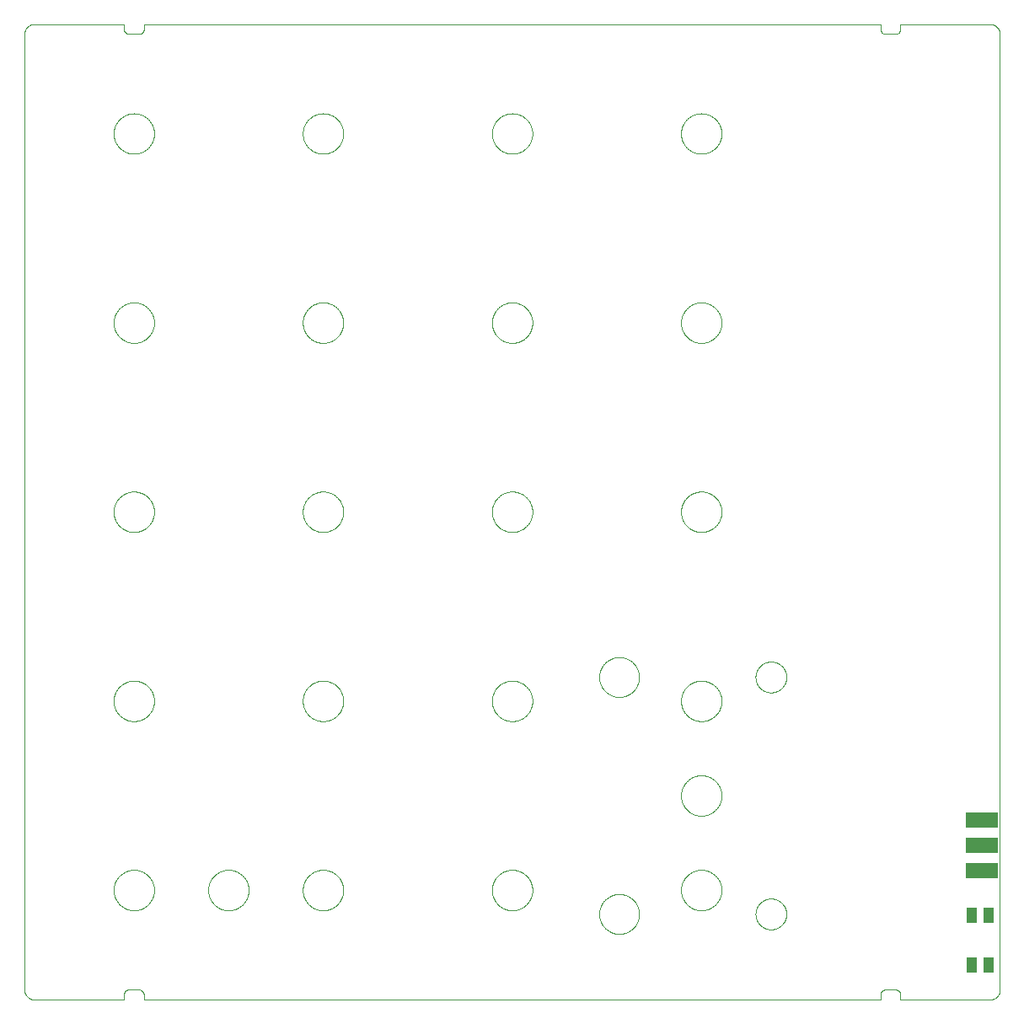
<source format=gtp>
G04 EAGLE Gerber RS-274X export*
G75*
%MOMM*%
%FSLAX34Y34*%
%LPD*%
%INTop solder paste for stencil*%
%IPPOS*%
%AMOC8*
5,1,8,0,0,1.08239X$1,22.5*%
G01*
%ADD10C,0.000000*%
%ADD11R,3.302000X1.524000*%
%ADD12R,1.000000X1.500000*%


D10*
X970000Y980000D02*
X880000Y980000D01*
X880000Y975000D01*
X879998Y974860D01*
X879992Y974720D01*
X879982Y974580D01*
X879969Y974440D01*
X879951Y974301D01*
X879929Y974162D01*
X879904Y974025D01*
X879875Y973887D01*
X879842Y973751D01*
X879805Y973616D01*
X879764Y973482D01*
X879719Y973349D01*
X879671Y973217D01*
X879619Y973087D01*
X879564Y972958D01*
X879505Y972831D01*
X879442Y972705D01*
X879376Y972581D01*
X879307Y972460D01*
X879234Y972340D01*
X879157Y972222D01*
X879078Y972107D01*
X878995Y971993D01*
X878909Y971883D01*
X878820Y971774D01*
X878728Y971668D01*
X878633Y971565D01*
X878536Y971464D01*
X878435Y971367D01*
X878332Y971272D01*
X878226Y971180D01*
X878117Y971091D01*
X878007Y971005D01*
X877893Y970922D01*
X877778Y970843D01*
X877660Y970766D01*
X877540Y970693D01*
X877419Y970624D01*
X877295Y970558D01*
X877169Y970495D01*
X877042Y970436D01*
X876913Y970381D01*
X876783Y970329D01*
X876651Y970281D01*
X876518Y970236D01*
X876384Y970195D01*
X876249Y970158D01*
X876113Y970125D01*
X875975Y970096D01*
X875838Y970071D01*
X875699Y970049D01*
X875560Y970031D01*
X875420Y970018D01*
X875280Y970008D01*
X875140Y970002D01*
X875000Y970000D01*
X865000Y970000D01*
X864860Y970002D01*
X864720Y970008D01*
X864580Y970018D01*
X864440Y970031D01*
X864301Y970049D01*
X864162Y970071D01*
X864025Y970096D01*
X863887Y970125D01*
X863751Y970158D01*
X863616Y970195D01*
X863482Y970236D01*
X863349Y970281D01*
X863217Y970329D01*
X863087Y970381D01*
X862958Y970436D01*
X862831Y970495D01*
X862705Y970558D01*
X862581Y970624D01*
X862460Y970693D01*
X862340Y970766D01*
X862222Y970843D01*
X862107Y970922D01*
X861993Y971005D01*
X861883Y971091D01*
X861774Y971180D01*
X861668Y971272D01*
X861565Y971367D01*
X861464Y971464D01*
X861367Y971565D01*
X861272Y971668D01*
X861180Y971774D01*
X861091Y971883D01*
X861005Y971993D01*
X860922Y972107D01*
X860843Y972222D01*
X860766Y972340D01*
X860693Y972460D01*
X860624Y972581D01*
X860558Y972705D01*
X860495Y972831D01*
X860436Y972958D01*
X860381Y973087D01*
X860329Y973217D01*
X860281Y973349D01*
X860236Y973482D01*
X860195Y973616D01*
X860158Y973751D01*
X860125Y973887D01*
X860096Y974025D01*
X860071Y974162D01*
X860049Y974301D01*
X860031Y974440D01*
X860018Y974580D01*
X860008Y974720D01*
X860002Y974860D01*
X860000Y975000D01*
X860000Y980000D01*
X120000Y980000D01*
X120000Y975000D01*
X119998Y974860D01*
X119992Y974720D01*
X119982Y974580D01*
X119969Y974440D01*
X119951Y974301D01*
X119929Y974162D01*
X119904Y974025D01*
X119875Y973887D01*
X119842Y973751D01*
X119805Y973616D01*
X119764Y973482D01*
X119719Y973349D01*
X119671Y973217D01*
X119619Y973087D01*
X119564Y972958D01*
X119505Y972831D01*
X119442Y972705D01*
X119376Y972581D01*
X119307Y972460D01*
X119234Y972340D01*
X119157Y972222D01*
X119078Y972107D01*
X118995Y971993D01*
X118909Y971883D01*
X118820Y971774D01*
X118728Y971668D01*
X118633Y971565D01*
X118536Y971464D01*
X118435Y971367D01*
X118332Y971272D01*
X118226Y971180D01*
X118117Y971091D01*
X118007Y971005D01*
X117893Y970922D01*
X117778Y970843D01*
X117660Y970766D01*
X117540Y970693D01*
X117419Y970624D01*
X117295Y970558D01*
X117169Y970495D01*
X117042Y970436D01*
X116913Y970381D01*
X116783Y970329D01*
X116651Y970281D01*
X116518Y970236D01*
X116384Y970195D01*
X116249Y970158D01*
X116113Y970125D01*
X115975Y970096D01*
X115838Y970071D01*
X115699Y970049D01*
X115560Y970031D01*
X115420Y970018D01*
X115280Y970008D01*
X115140Y970002D01*
X115000Y970000D01*
X105000Y970000D01*
X104860Y970002D01*
X104720Y970008D01*
X104580Y970018D01*
X104440Y970031D01*
X104301Y970049D01*
X104162Y970071D01*
X104025Y970096D01*
X103887Y970125D01*
X103751Y970158D01*
X103616Y970195D01*
X103482Y970236D01*
X103349Y970281D01*
X103217Y970329D01*
X103087Y970381D01*
X102958Y970436D01*
X102831Y970495D01*
X102705Y970558D01*
X102581Y970624D01*
X102460Y970693D01*
X102340Y970766D01*
X102222Y970843D01*
X102107Y970922D01*
X101993Y971005D01*
X101883Y971091D01*
X101774Y971180D01*
X101668Y971272D01*
X101565Y971367D01*
X101464Y971464D01*
X101367Y971565D01*
X101272Y971668D01*
X101180Y971774D01*
X101091Y971883D01*
X101005Y971993D01*
X100922Y972107D01*
X100843Y972222D01*
X100766Y972340D01*
X100693Y972460D01*
X100624Y972581D01*
X100558Y972705D01*
X100495Y972831D01*
X100436Y972958D01*
X100381Y973087D01*
X100329Y973217D01*
X100281Y973349D01*
X100236Y973482D01*
X100195Y973616D01*
X100158Y973751D01*
X100125Y973887D01*
X100096Y974025D01*
X100071Y974162D01*
X100049Y974301D01*
X100031Y974440D01*
X100018Y974580D01*
X100008Y974720D01*
X100002Y974860D01*
X100000Y975000D01*
X100000Y980000D01*
X10000Y980000D01*
X9758Y979997D01*
X9517Y979988D01*
X9276Y979974D01*
X9035Y979953D01*
X8795Y979927D01*
X8555Y979895D01*
X8316Y979857D01*
X8079Y979814D01*
X7842Y979764D01*
X7607Y979709D01*
X7373Y979649D01*
X7141Y979582D01*
X6910Y979511D01*
X6681Y979433D01*
X6454Y979350D01*
X6229Y979262D01*
X6006Y979168D01*
X5786Y979069D01*
X5568Y978964D01*
X5353Y978855D01*
X5140Y978740D01*
X4930Y978620D01*
X4724Y978495D01*
X4520Y978365D01*
X4319Y978230D01*
X4122Y978090D01*
X3928Y977946D01*
X3738Y977797D01*
X3552Y977643D01*
X3369Y977485D01*
X3190Y977323D01*
X3015Y977156D01*
X2844Y976985D01*
X2677Y976810D01*
X2515Y976631D01*
X2357Y976448D01*
X2203Y976262D01*
X2054Y976072D01*
X1910Y975878D01*
X1770Y975681D01*
X1635Y975480D01*
X1505Y975276D01*
X1380Y975070D01*
X1260Y974860D01*
X1145Y974647D01*
X1036Y974432D01*
X931Y974214D01*
X832Y973994D01*
X738Y973771D01*
X650Y973546D01*
X567Y973319D01*
X489Y973090D01*
X418Y972859D01*
X351Y972627D01*
X291Y972393D01*
X236Y972158D01*
X186Y971921D01*
X143Y971684D01*
X105Y971445D01*
X73Y971205D01*
X47Y970965D01*
X26Y970724D01*
X12Y970483D01*
X3Y970242D01*
X0Y970000D01*
X0Y10000D01*
X3Y9758D01*
X12Y9517D01*
X26Y9276D01*
X47Y9035D01*
X73Y8795D01*
X105Y8555D01*
X143Y8316D01*
X186Y8079D01*
X236Y7842D01*
X291Y7607D01*
X351Y7373D01*
X418Y7141D01*
X489Y6910D01*
X567Y6681D01*
X650Y6454D01*
X738Y6229D01*
X832Y6006D01*
X931Y5786D01*
X1036Y5568D01*
X1145Y5353D01*
X1260Y5140D01*
X1380Y4930D01*
X1505Y4724D01*
X1635Y4520D01*
X1770Y4319D01*
X1910Y4122D01*
X2054Y3928D01*
X2203Y3738D01*
X2357Y3552D01*
X2515Y3369D01*
X2677Y3190D01*
X2844Y3015D01*
X3015Y2844D01*
X3190Y2677D01*
X3369Y2515D01*
X3552Y2357D01*
X3738Y2203D01*
X3928Y2054D01*
X4122Y1910D01*
X4319Y1770D01*
X4520Y1635D01*
X4724Y1505D01*
X4930Y1380D01*
X5140Y1260D01*
X5353Y1145D01*
X5568Y1036D01*
X5786Y931D01*
X6006Y832D01*
X6229Y738D01*
X6454Y650D01*
X6681Y567D01*
X6910Y489D01*
X7141Y418D01*
X7373Y351D01*
X7607Y291D01*
X7842Y236D01*
X8079Y186D01*
X8316Y143D01*
X8555Y105D01*
X8795Y73D01*
X9035Y47D01*
X9276Y26D01*
X9517Y12D01*
X9758Y3D01*
X10000Y0D01*
X100000Y0D01*
X100000Y5000D01*
X100002Y5140D01*
X100008Y5280D01*
X100018Y5420D01*
X100031Y5560D01*
X100049Y5699D01*
X100071Y5838D01*
X100096Y5975D01*
X100125Y6113D01*
X100158Y6249D01*
X100195Y6384D01*
X100236Y6518D01*
X100281Y6651D01*
X100329Y6783D01*
X100381Y6913D01*
X100436Y7042D01*
X100495Y7169D01*
X100558Y7295D01*
X100624Y7419D01*
X100693Y7540D01*
X100766Y7660D01*
X100843Y7778D01*
X100922Y7893D01*
X101005Y8007D01*
X101091Y8117D01*
X101180Y8226D01*
X101272Y8332D01*
X101367Y8435D01*
X101464Y8536D01*
X101565Y8633D01*
X101668Y8728D01*
X101774Y8820D01*
X101883Y8909D01*
X101993Y8995D01*
X102107Y9078D01*
X102222Y9157D01*
X102340Y9234D01*
X102460Y9307D01*
X102581Y9376D01*
X102705Y9442D01*
X102831Y9505D01*
X102958Y9564D01*
X103087Y9619D01*
X103217Y9671D01*
X103349Y9719D01*
X103482Y9764D01*
X103616Y9805D01*
X103751Y9842D01*
X103887Y9875D01*
X104025Y9904D01*
X104162Y9929D01*
X104301Y9951D01*
X104440Y9969D01*
X104580Y9982D01*
X104720Y9992D01*
X104860Y9998D01*
X105000Y10000D01*
X115000Y10000D01*
X115140Y9998D01*
X115280Y9992D01*
X115420Y9982D01*
X115560Y9969D01*
X115699Y9951D01*
X115838Y9929D01*
X115975Y9904D01*
X116113Y9875D01*
X116249Y9842D01*
X116384Y9805D01*
X116518Y9764D01*
X116651Y9719D01*
X116783Y9671D01*
X116913Y9619D01*
X117042Y9564D01*
X117169Y9505D01*
X117295Y9442D01*
X117419Y9376D01*
X117540Y9307D01*
X117660Y9234D01*
X117778Y9157D01*
X117893Y9078D01*
X118007Y8995D01*
X118117Y8909D01*
X118226Y8820D01*
X118332Y8728D01*
X118435Y8633D01*
X118536Y8536D01*
X118633Y8435D01*
X118728Y8332D01*
X118820Y8226D01*
X118909Y8117D01*
X118995Y8007D01*
X119078Y7893D01*
X119157Y7778D01*
X119234Y7660D01*
X119307Y7540D01*
X119376Y7419D01*
X119442Y7295D01*
X119505Y7169D01*
X119564Y7042D01*
X119619Y6913D01*
X119671Y6783D01*
X119719Y6651D01*
X119764Y6518D01*
X119805Y6384D01*
X119842Y6249D01*
X119875Y6113D01*
X119904Y5975D01*
X119929Y5838D01*
X119951Y5699D01*
X119969Y5560D01*
X119982Y5420D01*
X119992Y5280D01*
X119998Y5140D01*
X120000Y5000D01*
X120000Y0D01*
X860000Y0D01*
X860000Y5000D01*
X860002Y5140D01*
X860008Y5280D01*
X860018Y5420D01*
X860031Y5560D01*
X860049Y5699D01*
X860071Y5838D01*
X860096Y5975D01*
X860125Y6113D01*
X860158Y6249D01*
X860195Y6384D01*
X860236Y6518D01*
X860281Y6651D01*
X860329Y6783D01*
X860381Y6913D01*
X860436Y7042D01*
X860495Y7169D01*
X860558Y7295D01*
X860624Y7419D01*
X860693Y7540D01*
X860766Y7660D01*
X860843Y7778D01*
X860922Y7893D01*
X861005Y8007D01*
X861091Y8117D01*
X861180Y8226D01*
X861272Y8332D01*
X861367Y8435D01*
X861464Y8536D01*
X861565Y8633D01*
X861668Y8728D01*
X861774Y8820D01*
X861883Y8909D01*
X861993Y8995D01*
X862107Y9078D01*
X862222Y9157D01*
X862340Y9234D01*
X862460Y9307D01*
X862581Y9376D01*
X862705Y9442D01*
X862831Y9505D01*
X862958Y9564D01*
X863087Y9619D01*
X863217Y9671D01*
X863349Y9719D01*
X863482Y9764D01*
X863616Y9805D01*
X863751Y9842D01*
X863887Y9875D01*
X864025Y9904D01*
X864162Y9929D01*
X864301Y9951D01*
X864440Y9969D01*
X864580Y9982D01*
X864720Y9992D01*
X864860Y9998D01*
X865000Y10000D01*
X875000Y10000D01*
X875140Y9998D01*
X875280Y9992D01*
X875420Y9982D01*
X875560Y9969D01*
X875699Y9951D01*
X875838Y9929D01*
X875975Y9904D01*
X876113Y9875D01*
X876249Y9842D01*
X876384Y9805D01*
X876518Y9764D01*
X876651Y9719D01*
X876783Y9671D01*
X876913Y9619D01*
X877042Y9564D01*
X877169Y9505D01*
X877295Y9442D01*
X877419Y9376D01*
X877540Y9307D01*
X877660Y9234D01*
X877778Y9157D01*
X877893Y9078D01*
X878007Y8995D01*
X878117Y8909D01*
X878226Y8820D01*
X878332Y8728D01*
X878435Y8633D01*
X878536Y8536D01*
X878633Y8435D01*
X878728Y8332D01*
X878820Y8226D01*
X878909Y8117D01*
X878995Y8007D01*
X879078Y7893D01*
X879157Y7778D01*
X879234Y7660D01*
X879307Y7540D01*
X879376Y7419D01*
X879442Y7295D01*
X879505Y7169D01*
X879564Y7042D01*
X879619Y6913D01*
X879671Y6783D01*
X879719Y6651D01*
X879764Y6518D01*
X879805Y6384D01*
X879842Y6249D01*
X879875Y6113D01*
X879904Y5975D01*
X879929Y5838D01*
X879951Y5699D01*
X879969Y5560D01*
X879982Y5420D01*
X879992Y5280D01*
X879998Y5140D01*
X880000Y5000D01*
X880000Y0D01*
X970000Y0D01*
X970242Y3D01*
X970483Y12D01*
X970724Y26D01*
X970965Y47D01*
X971205Y73D01*
X971445Y105D01*
X971684Y143D01*
X971921Y186D01*
X972158Y236D01*
X972393Y291D01*
X972627Y351D01*
X972859Y418D01*
X973090Y489D01*
X973319Y567D01*
X973546Y650D01*
X973771Y738D01*
X973994Y832D01*
X974214Y931D01*
X974432Y1036D01*
X974647Y1145D01*
X974860Y1260D01*
X975070Y1380D01*
X975276Y1505D01*
X975480Y1635D01*
X975681Y1770D01*
X975878Y1910D01*
X976072Y2054D01*
X976262Y2203D01*
X976448Y2357D01*
X976631Y2515D01*
X976810Y2677D01*
X976985Y2844D01*
X977156Y3015D01*
X977323Y3190D01*
X977485Y3369D01*
X977643Y3552D01*
X977797Y3738D01*
X977946Y3928D01*
X978090Y4122D01*
X978230Y4319D01*
X978365Y4520D01*
X978495Y4724D01*
X978620Y4930D01*
X978740Y5140D01*
X978855Y5353D01*
X978964Y5568D01*
X979069Y5786D01*
X979168Y6006D01*
X979262Y6229D01*
X979350Y6454D01*
X979433Y6681D01*
X979511Y6910D01*
X979582Y7141D01*
X979649Y7373D01*
X979709Y7607D01*
X979764Y7842D01*
X979814Y8079D01*
X979857Y8316D01*
X979895Y8555D01*
X979927Y8795D01*
X979953Y9035D01*
X979974Y9276D01*
X979988Y9517D01*
X979997Y9758D01*
X980000Y10000D01*
X980000Y970000D01*
X979997Y970242D01*
X979988Y970483D01*
X979974Y970724D01*
X979953Y970965D01*
X979927Y971205D01*
X979895Y971445D01*
X979857Y971684D01*
X979814Y971921D01*
X979764Y972158D01*
X979709Y972393D01*
X979649Y972627D01*
X979582Y972859D01*
X979511Y973090D01*
X979433Y973319D01*
X979350Y973546D01*
X979262Y973771D01*
X979168Y973994D01*
X979069Y974214D01*
X978964Y974432D01*
X978855Y974647D01*
X978740Y974860D01*
X978620Y975070D01*
X978495Y975276D01*
X978365Y975480D01*
X978230Y975681D01*
X978090Y975878D01*
X977946Y976072D01*
X977797Y976262D01*
X977643Y976448D01*
X977485Y976631D01*
X977323Y976810D01*
X977156Y976985D01*
X976985Y977156D01*
X976810Y977323D01*
X976631Y977485D01*
X976448Y977643D01*
X976262Y977797D01*
X976072Y977946D01*
X975878Y978090D01*
X975681Y978230D01*
X975480Y978365D01*
X975276Y978495D01*
X975070Y978620D01*
X974860Y978740D01*
X974647Y978855D01*
X974432Y978964D01*
X974214Y979069D01*
X973994Y979168D01*
X973771Y979262D01*
X973546Y979350D01*
X973319Y979433D01*
X973090Y979511D01*
X972859Y979582D01*
X972627Y979649D01*
X972393Y979709D01*
X972158Y979764D01*
X971921Y979814D01*
X971684Y979857D01*
X971445Y979895D01*
X971205Y979927D01*
X970965Y979953D01*
X970724Y979974D01*
X970483Y979988D01*
X970242Y979997D01*
X970000Y980000D01*
X734500Y324000D02*
X734505Y324380D01*
X734519Y324761D01*
X734542Y325140D01*
X734575Y325519D01*
X734617Y325897D01*
X734668Y326274D01*
X734728Y326650D01*
X734798Y327024D01*
X734877Y327396D01*
X734965Y327766D01*
X735061Y328134D01*
X735167Y328499D01*
X735282Y328862D01*
X735406Y329222D01*
X735539Y329578D01*
X735680Y329932D01*
X735830Y330281D01*
X735988Y330627D01*
X736155Y330969D01*
X736330Y331307D01*
X736514Y331640D01*
X736705Y331969D01*
X736905Y332292D01*
X737112Y332611D01*
X737327Y332925D01*
X737550Y333233D01*
X737781Y333536D01*
X738018Y333833D01*
X738263Y334124D01*
X738515Y334409D01*
X738774Y334688D01*
X739040Y334960D01*
X739312Y335226D01*
X739591Y335485D01*
X739876Y335737D01*
X740167Y335982D01*
X740464Y336219D01*
X740767Y336450D01*
X741075Y336673D01*
X741389Y336888D01*
X741708Y337095D01*
X742031Y337295D01*
X742360Y337486D01*
X742693Y337670D01*
X743031Y337845D01*
X743373Y338012D01*
X743719Y338170D01*
X744068Y338320D01*
X744422Y338461D01*
X744778Y338594D01*
X745138Y338718D01*
X745501Y338833D01*
X745866Y338939D01*
X746234Y339035D01*
X746604Y339123D01*
X746976Y339202D01*
X747350Y339272D01*
X747726Y339332D01*
X748103Y339383D01*
X748481Y339425D01*
X748860Y339458D01*
X749239Y339481D01*
X749620Y339495D01*
X750000Y339500D01*
X750380Y339495D01*
X750761Y339481D01*
X751140Y339458D01*
X751519Y339425D01*
X751897Y339383D01*
X752274Y339332D01*
X752650Y339272D01*
X753024Y339202D01*
X753396Y339123D01*
X753766Y339035D01*
X754134Y338939D01*
X754499Y338833D01*
X754862Y338718D01*
X755222Y338594D01*
X755578Y338461D01*
X755932Y338320D01*
X756281Y338170D01*
X756627Y338012D01*
X756969Y337845D01*
X757307Y337670D01*
X757640Y337486D01*
X757969Y337295D01*
X758292Y337095D01*
X758611Y336888D01*
X758925Y336673D01*
X759233Y336450D01*
X759536Y336219D01*
X759833Y335982D01*
X760124Y335737D01*
X760409Y335485D01*
X760688Y335226D01*
X760960Y334960D01*
X761226Y334688D01*
X761485Y334409D01*
X761737Y334124D01*
X761982Y333833D01*
X762219Y333536D01*
X762450Y333233D01*
X762673Y332925D01*
X762888Y332611D01*
X763095Y332292D01*
X763295Y331969D01*
X763486Y331640D01*
X763670Y331307D01*
X763845Y330969D01*
X764012Y330627D01*
X764170Y330281D01*
X764320Y329932D01*
X764461Y329578D01*
X764594Y329222D01*
X764718Y328862D01*
X764833Y328499D01*
X764939Y328134D01*
X765035Y327766D01*
X765123Y327396D01*
X765202Y327024D01*
X765272Y326650D01*
X765332Y326274D01*
X765383Y325897D01*
X765425Y325519D01*
X765458Y325140D01*
X765481Y324761D01*
X765495Y324380D01*
X765500Y324000D01*
X765495Y323620D01*
X765481Y323239D01*
X765458Y322860D01*
X765425Y322481D01*
X765383Y322103D01*
X765332Y321726D01*
X765272Y321350D01*
X765202Y320976D01*
X765123Y320604D01*
X765035Y320234D01*
X764939Y319866D01*
X764833Y319501D01*
X764718Y319138D01*
X764594Y318778D01*
X764461Y318422D01*
X764320Y318068D01*
X764170Y317719D01*
X764012Y317373D01*
X763845Y317031D01*
X763670Y316693D01*
X763486Y316360D01*
X763295Y316031D01*
X763095Y315708D01*
X762888Y315389D01*
X762673Y315075D01*
X762450Y314767D01*
X762219Y314464D01*
X761982Y314167D01*
X761737Y313876D01*
X761485Y313591D01*
X761226Y313312D01*
X760960Y313040D01*
X760688Y312774D01*
X760409Y312515D01*
X760124Y312263D01*
X759833Y312018D01*
X759536Y311781D01*
X759233Y311550D01*
X758925Y311327D01*
X758611Y311112D01*
X758292Y310905D01*
X757969Y310705D01*
X757640Y310514D01*
X757307Y310330D01*
X756969Y310155D01*
X756627Y309988D01*
X756281Y309830D01*
X755932Y309680D01*
X755578Y309539D01*
X755222Y309406D01*
X754862Y309282D01*
X754499Y309167D01*
X754134Y309061D01*
X753766Y308965D01*
X753396Y308877D01*
X753024Y308798D01*
X752650Y308728D01*
X752274Y308668D01*
X751897Y308617D01*
X751519Y308575D01*
X751140Y308542D01*
X750761Y308519D01*
X750380Y308505D01*
X750000Y308500D01*
X749620Y308505D01*
X749239Y308519D01*
X748860Y308542D01*
X748481Y308575D01*
X748103Y308617D01*
X747726Y308668D01*
X747350Y308728D01*
X746976Y308798D01*
X746604Y308877D01*
X746234Y308965D01*
X745866Y309061D01*
X745501Y309167D01*
X745138Y309282D01*
X744778Y309406D01*
X744422Y309539D01*
X744068Y309680D01*
X743719Y309830D01*
X743373Y309988D01*
X743031Y310155D01*
X742693Y310330D01*
X742360Y310514D01*
X742031Y310705D01*
X741708Y310905D01*
X741389Y311112D01*
X741075Y311327D01*
X740767Y311550D01*
X740464Y311781D01*
X740167Y312018D01*
X739876Y312263D01*
X739591Y312515D01*
X739312Y312774D01*
X739040Y313040D01*
X738774Y313312D01*
X738515Y313591D01*
X738263Y313876D01*
X738018Y314167D01*
X737781Y314464D01*
X737550Y314767D01*
X737327Y315075D01*
X737112Y315389D01*
X736905Y315708D01*
X736705Y316031D01*
X736514Y316360D01*
X736330Y316693D01*
X736155Y317031D01*
X735988Y317373D01*
X735830Y317719D01*
X735680Y318068D01*
X735539Y318422D01*
X735406Y318778D01*
X735282Y319138D01*
X735167Y319501D01*
X735061Y319866D01*
X734965Y320234D01*
X734877Y320604D01*
X734798Y320976D01*
X734728Y321350D01*
X734668Y321726D01*
X734617Y322103D01*
X734575Y322481D01*
X734542Y322860D01*
X734519Y323239D01*
X734505Y323620D01*
X734500Y324000D01*
X734500Y86000D02*
X734505Y86380D01*
X734519Y86761D01*
X734542Y87140D01*
X734575Y87519D01*
X734617Y87897D01*
X734668Y88274D01*
X734728Y88650D01*
X734798Y89024D01*
X734877Y89396D01*
X734965Y89766D01*
X735061Y90134D01*
X735167Y90499D01*
X735282Y90862D01*
X735406Y91222D01*
X735539Y91578D01*
X735680Y91932D01*
X735830Y92281D01*
X735988Y92627D01*
X736155Y92969D01*
X736330Y93307D01*
X736514Y93640D01*
X736705Y93969D01*
X736905Y94292D01*
X737112Y94611D01*
X737327Y94925D01*
X737550Y95233D01*
X737781Y95536D01*
X738018Y95833D01*
X738263Y96124D01*
X738515Y96409D01*
X738774Y96688D01*
X739040Y96960D01*
X739312Y97226D01*
X739591Y97485D01*
X739876Y97737D01*
X740167Y97982D01*
X740464Y98219D01*
X740767Y98450D01*
X741075Y98673D01*
X741389Y98888D01*
X741708Y99095D01*
X742031Y99295D01*
X742360Y99486D01*
X742693Y99670D01*
X743031Y99845D01*
X743373Y100012D01*
X743719Y100170D01*
X744068Y100320D01*
X744422Y100461D01*
X744778Y100594D01*
X745138Y100718D01*
X745501Y100833D01*
X745866Y100939D01*
X746234Y101035D01*
X746604Y101123D01*
X746976Y101202D01*
X747350Y101272D01*
X747726Y101332D01*
X748103Y101383D01*
X748481Y101425D01*
X748860Y101458D01*
X749239Y101481D01*
X749620Y101495D01*
X750000Y101500D01*
X750380Y101495D01*
X750761Y101481D01*
X751140Y101458D01*
X751519Y101425D01*
X751897Y101383D01*
X752274Y101332D01*
X752650Y101272D01*
X753024Y101202D01*
X753396Y101123D01*
X753766Y101035D01*
X754134Y100939D01*
X754499Y100833D01*
X754862Y100718D01*
X755222Y100594D01*
X755578Y100461D01*
X755932Y100320D01*
X756281Y100170D01*
X756627Y100012D01*
X756969Y99845D01*
X757307Y99670D01*
X757640Y99486D01*
X757969Y99295D01*
X758292Y99095D01*
X758611Y98888D01*
X758925Y98673D01*
X759233Y98450D01*
X759536Y98219D01*
X759833Y97982D01*
X760124Y97737D01*
X760409Y97485D01*
X760688Y97226D01*
X760960Y96960D01*
X761226Y96688D01*
X761485Y96409D01*
X761737Y96124D01*
X761982Y95833D01*
X762219Y95536D01*
X762450Y95233D01*
X762673Y94925D01*
X762888Y94611D01*
X763095Y94292D01*
X763295Y93969D01*
X763486Y93640D01*
X763670Y93307D01*
X763845Y92969D01*
X764012Y92627D01*
X764170Y92281D01*
X764320Y91932D01*
X764461Y91578D01*
X764594Y91222D01*
X764718Y90862D01*
X764833Y90499D01*
X764939Y90134D01*
X765035Y89766D01*
X765123Y89396D01*
X765202Y89024D01*
X765272Y88650D01*
X765332Y88274D01*
X765383Y87897D01*
X765425Y87519D01*
X765458Y87140D01*
X765481Y86761D01*
X765495Y86380D01*
X765500Y86000D01*
X765495Y85620D01*
X765481Y85239D01*
X765458Y84860D01*
X765425Y84481D01*
X765383Y84103D01*
X765332Y83726D01*
X765272Y83350D01*
X765202Y82976D01*
X765123Y82604D01*
X765035Y82234D01*
X764939Y81866D01*
X764833Y81501D01*
X764718Y81138D01*
X764594Y80778D01*
X764461Y80422D01*
X764320Y80068D01*
X764170Y79719D01*
X764012Y79373D01*
X763845Y79031D01*
X763670Y78693D01*
X763486Y78360D01*
X763295Y78031D01*
X763095Y77708D01*
X762888Y77389D01*
X762673Y77075D01*
X762450Y76767D01*
X762219Y76464D01*
X761982Y76167D01*
X761737Y75876D01*
X761485Y75591D01*
X761226Y75312D01*
X760960Y75040D01*
X760688Y74774D01*
X760409Y74515D01*
X760124Y74263D01*
X759833Y74018D01*
X759536Y73781D01*
X759233Y73550D01*
X758925Y73327D01*
X758611Y73112D01*
X758292Y72905D01*
X757969Y72705D01*
X757640Y72514D01*
X757307Y72330D01*
X756969Y72155D01*
X756627Y71988D01*
X756281Y71830D01*
X755932Y71680D01*
X755578Y71539D01*
X755222Y71406D01*
X754862Y71282D01*
X754499Y71167D01*
X754134Y71061D01*
X753766Y70965D01*
X753396Y70877D01*
X753024Y70798D01*
X752650Y70728D01*
X752274Y70668D01*
X751897Y70617D01*
X751519Y70575D01*
X751140Y70542D01*
X750761Y70519D01*
X750380Y70505D01*
X750000Y70500D01*
X749620Y70505D01*
X749239Y70519D01*
X748860Y70542D01*
X748481Y70575D01*
X748103Y70617D01*
X747726Y70668D01*
X747350Y70728D01*
X746976Y70798D01*
X746604Y70877D01*
X746234Y70965D01*
X745866Y71061D01*
X745501Y71167D01*
X745138Y71282D01*
X744778Y71406D01*
X744422Y71539D01*
X744068Y71680D01*
X743719Y71830D01*
X743373Y71988D01*
X743031Y72155D01*
X742693Y72330D01*
X742360Y72514D01*
X742031Y72705D01*
X741708Y72905D01*
X741389Y73112D01*
X741075Y73327D01*
X740767Y73550D01*
X740464Y73781D01*
X740167Y74018D01*
X739876Y74263D01*
X739591Y74515D01*
X739312Y74774D01*
X739040Y75040D01*
X738774Y75312D01*
X738515Y75591D01*
X738263Y75876D01*
X738018Y76167D01*
X737781Y76464D01*
X737550Y76767D01*
X737327Y77075D01*
X737112Y77389D01*
X736905Y77708D01*
X736705Y78031D01*
X736514Y78360D01*
X736330Y78693D01*
X736155Y79031D01*
X735988Y79373D01*
X735830Y79719D01*
X735680Y80068D01*
X735539Y80422D01*
X735406Y80778D01*
X735282Y81138D01*
X735167Y81501D01*
X735061Y81866D01*
X734965Y82234D01*
X734877Y82604D01*
X734798Y82976D01*
X734728Y83350D01*
X734668Y83726D01*
X734617Y84103D01*
X734575Y84481D01*
X734542Y84860D01*
X734519Y85239D01*
X734505Y85620D01*
X734500Y86000D01*
X577500Y86000D02*
X577506Y86491D01*
X577524Y86981D01*
X577554Y87471D01*
X577596Y87960D01*
X577650Y88448D01*
X577716Y88935D01*
X577794Y89419D01*
X577884Y89902D01*
X577986Y90382D01*
X578099Y90860D01*
X578224Y91334D01*
X578361Y91806D01*
X578509Y92274D01*
X578669Y92738D01*
X578840Y93198D01*
X579022Y93654D01*
X579216Y94105D01*
X579420Y94551D01*
X579636Y94992D01*
X579862Y95428D01*
X580098Y95858D01*
X580345Y96282D01*
X580603Y96700D01*
X580871Y97111D01*
X581148Y97516D01*
X581436Y97914D01*
X581733Y98305D01*
X582040Y98688D01*
X582356Y99063D01*
X582681Y99431D01*
X583015Y99791D01*
X583358Y100142D01*
X583709Y100485D01*
X584069Y100819D01*
X584437Y101144D01*
X584812Y101460D01*
X585195Y101767D01*
X585586Y102064D01*
X585984Y102352D01*
X586389Y102629D01*
X586800Y102897D01*
X587218Y103155D01*
X587642Y103402D01*
X588072Y103638D01*
X588508Y103864D01*
X588949Y104080D01*
X589395Y104284D01*
X589846Y104478D01*
X590302Y104660D01*
X590762Y104831D01*
X591226Y104991D01*
X591694Y105139D01*
X592166Y105276D01*
X592640Y105401D01*
X593118Y105514D01*
X593598Y105616D01*
X594081Y105706D01*
X594565Y105784D01*
X595052Y105850D01*
X595540Y105904D01*
X596029Y105946D01*
X596519Y105976D01*
X597009Y105994D01*
X597500Y106000D01*
X597991Y105994D01*
X598481Y105976D01*
X598971Y105946D01*
X599460Y105904D01*
X599948Y105850D01*
X600435Y105784D01*
X600919Y105706D01*
X601402Y105616D01*
X601882Y105514D01*
X602360Y105401D01*
X602834Y105276D01*
X603306Y105139D01*
X603774Y104991D01*
X604238Y104831D01*
X604698Y104660D01*
X605154Y104478D01*
X605605Y104284D01*
X606051Y104080D01*
X606492Y103864D01*
X606928Y103638D01*
X607358Y103402D01*
X607782Y103155D01*
X608200Y102897D01*
X608611Y102629D01*
X609016Y102352D01*
X609414Y102064D01*
X609805Y101767D01*
X610188Y101460D01*
X610563Y101144D01*
X610931Y100819D01*
X611291Y100485D01*
X611642Y100142D01*
X611985Y99791D01*
X612319Y99431D01*
X612644Y99063D01*
X612960Y98688D01*
X613267Y98305D01*
X613564Y97914D01*
X613852Y97516D01*
X614129Y97111D01*
X614397Y96700D01*
X614655Y96282D01*
X614902Y95858D01*
X615138Y95428D01*
X615364Y94992D01*
X615580Y94551D01*
X615784Y94105D01*
X615978Y93654D01*
X616160Y93198D01*
X616331Y92738D01*
X616491Y92274D01*
X616639Y91806D01*
X616776Y91334D01*
X616901Y90860D01*
X617014Y90382D01*
X617116Y89902D01*
X617206Y89419D01*
X617284Y88935D01*
X617350Y88448D01*
X617404Y87960D01*
X617446Y87471D01*
X617476Y86981D01*
X617494Y86491D01*
X617500Y86000D01*
X617494Y85509D01*
X617476Y85019D01*
X617446Y84529D01*
X617404Y84040D01*
X617350Y83552D01*
X617284Y83065D01*
X617206Y82581D01*
X617116Y82098D01*
X617014Y81618D01*
X616901Y81140D01*
X616776Y80666D01*
X616639Y80194D01*
X616491Y79726D01*
X616331Y79262D01*
X616160Y78802D01*
X615978Y78346D01*
X615784Y77895D01*
X615580Y77449D01*
X615364Y77008D01*
X615138Y76572D01*
X614902Y76142D01*
X614655Y75718D01*
X614397Y75300D01*
X614129Y74889D01*
X613852Y74484D01*
X613564Y74086D01*
X613267Y73695D01*
X612960Y73312D01*
X612644Y72937D01*
X612319Y72569D01*
X611985Y72209D01*
X611642Y71858D01*
X611291Y71515D01*
X610931Y71181D01*
X610563Y70856D01*
X610188Y70540D01*
X609805Y70233D01*
X609414Y69936D01*
X609016Y69648D01*
X608611Y69371D01*
X608200Y69103D01*
X607782Y68845D01*
X607358Y68598D01*
X606928Y68362D01*
X606492Y68136D01*
X606051Y67920D01*
X605605Y67716D01*
X605154Y67522D01*
X604698Y67340D01*
X604238Y67169D01*
X603774Y67009D01*
X603306Y66861D01*
X602834Y66724D01*
X602360Y66599D01*
X601882Y66486D01*
X601402Y66384D01*
X600919Y66294D01*
X600435Y66216D01*
X599948Y66150D01*
X599460Y66096D01*
X598971Y66054D01*
X598481Y66024D01*
X597991Y66006D01*
X597500Y66000D01*
X597009Y66006D01*
X596519Y66024D01*
X596029Y66054D01*
X595540Y66096D01*
X595052Y66150D01*
X594565Y66216D01*
X594081Y66294D01*
X593598Y66384D01*
X593118Y66486D01*
X592640Y66599D01*
X592166Y66724D01*
X591694Y66861D01*
X591226Y67009D01*
X590762Y67169D01*
X590302Y67340D01*
X589846Y67522D01*
X589395Y67716D01*
X588949Y67920D01*
X588508Y68136D01*
X588072Y68362D01*
X587642Y68598D01*
X587218Y68845D01*
X586800Y69103D01*
X586389Y69371D01*
X585984Y69648D01*
X585586Y69936D01*
X585195Y70233D01*
X584812Y70540D01*
X584437Y70856D01*
X584069Y71181D01*
X583709Y71515D01*
X583358Y71858D01*
X583015Y72209D01*
X582681Y72569D01*
X582356Y72937D01*
X582040Y73312D01*
X581733Y73695D01*
X581436Y74086D01*
X581148Y74484D01*
X580871Y74889D01*
X580603Y75300D01*
X580345Y75718D01*
X580098Y76142D01*
X579862Y76572D01*
X579636Y77008D01*
X579420Y77449D01*
X579216Y77895D01*
X579022Y78346D01*
X578840Y78802D01*
X578669Y79262D01*
X578509Y79726D01*
X578361Y80194D01*
X578224Y80666D01*
X578099Y81140D01*
X577986Y81618D01*
X577884Y82098D01*
X577794Y82581D01*
X577716Y83065D01*
X577650Y83552D01*
X577596Y84040D01*
X577554Y84529D01*
X577524Y85019D01*
X577506Y85509D01*
X577500Y86000D01*
X577500Y324000D02*
X577506Y324491D01*
X577524Y324981D01*
X577554Y325471D01*
X577596Y325960D01*
X577650Y326448D01*
X577716Y326935D01*
X577794Y327419D01*
X577884Y327902D01*
X577986Y328382D01*
X578099Y328860D01*
X578224Y329334D01*
X578361Y329806D01*
X578509Y330274D01*
X578669Y330738D01*
X578840Y331198D01*
X579022Y331654D01*
X579216Y332105D01*
X579420Y332551D01*
X579636Y332992D01*
X579862Y333428D01*
X580098Y333858D01*
X580345Y334282D01*
X580603Y334700D01*
X580871Y335111D01*
X581148Y335516D01*
X581436Y335914D01*
X581733Y336305D01*
X582040Y336688D01*
X582356Y337063D01*
X582681Y337431D01*
X583015Y337791D01*
X583358Y338142D01*
X583709Y338485D01*
X584069Y338819D01*
X584437Y339144D01*
X584812Y339460D01*
X585195Y339767D01*
X585586Y340064D01*
X585984Y340352D01*
X586389Y340629D01*
X586800Y340897D01*
X587218Y341155D01*
X587642Y341402D01*
X588072Y341638D01*
X588508Y341864D01*
X588949Y342080D01*
X589395Y342284D01*
X589846Y342478D01*
X590302Y342660D01*
X590762Y342831D01*
X591226Y342991D01*
X591694Y343139D01*
X592166Y343276D01*
X592640Y343401D01*
X593118Y343514D01*
X593598Y343616D01*
X594081Y343706D01*
X594565Y343784D01*
X595052Y343850D01*
X595540Y343904D01*
X596029Y343946D01*
X596519Y343976D01*
X597009Y343994D01*
X597500Y344000D01*
X597991Y343994D01*
X598481Y343976D01*
X598971Y343946D01*
X599460Y343904D01*
X599948Y343850D01*
X600435Y343784D01*
X600919Y343706D01*
X601402Y343616D01*
X601882Y343514D01*
X602360Y343401D01*
X602834Y343276D01*
X603306Y343139D01*
X603774Y342991D01*
X604238Y342831D01*
X604698Y342660D01*
X605154Y342478D01*
X605605Y342284D01*
X606051Y342080D01*
X606492Y341864D01*
X606928Y341638D01*
X607358Y341402D01*
X607782Y341155D01*
X608200Y340897D01*
X608611Y340629D01*
X609016Y340352D01*
X609414Y340064D01*
X609805Y339767D01*
X610188Y339460D01*
X610563Y339144D01*
X610931Y338819D01*
X611291Y338485D01*
X611642Y338142D01*
X611985Y337791D01*
X612319Y337431D01*
X612644Y337063D01*
X612960Y336688D01*
X613267Y336305D01*
X613564Y335914D01*
X613852Y335516D01*
X614129Y335111D01*
X614397Y334700D01*
X614655Y334282D01*
X614902Y333858D01*
X615138Y333428D01*
X615364Y332992D01*
X615580Y332551D01*
X615784Y332105D01*
X615978Y331654D01*
X616160Y331198D01*
X616331Y330738D01*
X616491Y330274D01*
X616639Y329806D01*
X616776Y329334D01*
X616901Y328860D01*
X617014Y328382D01*
X617116Y327902D01*
X617206Y327419D01*
X617284Y326935D01*
X617350Y326448D01*
X617404Y325960D01*
X617446Y325471D01*
X617476Y324981D01*
X617494Y324491D01*
X617500Y324000D01*
X617494Y323509D01*
X617476Y323019D01*
X617446Y322529D01*
X617404Y322040D01*
X617350Y321552D01*
X617284Y321065D01*
X617206Y320581D01*
X617116Y320098D01*
X617014Y319618D01*
X616901Y319140D01*
X616776Y318666D01*
X616639Y318194D01*
X616491Y317726D01*
X616331Y317262D01*
X616160Y316802D01*
X615978Y316346D01*
X615784Y315895D01*
X615580Y315449D01*
X615364Y315008D01*
X615138Y314572D01*
X614902Y314142D01*
X614655Y313718D01*
X614397Y313300D01*
X614129Y312889D01*
X613852Y312484D01*
X613564Y312086D01*
X613267Y311695D01*
X612960Y311312D01*
X612644Y310937D01*
X612319Y310569D01*
X611985Y310209D01*
X611642Y309858D01*
X611291Y309515D01*
X610931Y309181D01*
X610563Y308856D01*
X610188Y308540D01*
X609805Y308233D01*
X609414Y307936D01*
X609016Y307648D01*
X608611Y307371D01*
X608200Y307103D01*
X607782Y306845D01*
X607358Y306598D01*
X606928Y306362D01*
X606492Y306136D01*
X606051Y305920D01*
X605605Y305716D01*
X605154Y305522D01*
X604698Y305340D01*
X604238Y305169D01*
X603774Y305009D01*
X603306Y304861D01*
X602834Y304724D01*
X602360Y304599D01*
X601882Y304486D01*
X601402Y304384D01*
X600919Y304294D01*
X600435Y304216D01*
X599948Y304150D01*
X599460Y304096D01*
X598971Y304054D01*
X598481Y304024D01*
X597991Y304006D01*
X597500Y304000D01*
X597009Y304006D01*
X596519Y304024D01*
X596029Y304054D01*
X595540Y304096D01*
X595052Y304150D01*
X594565Y304216D01*
X594081Y304294D01*
X593598Y304384D01*
X593118Y304486D01*
X592640Y304599D01*
X592166Y304724D01*
X591694Y304861D01*
X591226Y305009D01*
X590762Y305169D01*
X590302Y305340D01*
X589846Y305522D01*
X589395Y305716D01*
X588949Y305920D01*
X588508Y306136D01*
X588072Y306362D01*
X587642Y306598D01*
X587218Y306845D01*
X586800Y307103D01*
X586389Y307371D01*
X585984Y307648D01*
X585586Y307936D01*
X585195Y308233D01*
X584812Y308540D01*
X584437Y308856D01*
X584069Y309181D01*
X583709Y309515D01*
X583358Y309858D01*
X583015Y310209D01*
X582681Y310569D01*
X582356Y310937D01*
X582040Y311312D01*
X581733Y311695D01*
X581436Y312086D01*
X581148Y312484D01*
X580871Y312889D01*
X580603Y313300D01*
X580345Y313718D01*
X580098Y314142D01*
X579862Y314572D01*
X579636Y315008D01*
X579420Y315449D01*
X579216Y315895D01*
X579022Y316346D01*
X578840Y316802D01*
X578669Y317262D01*
X578509Y317726D01*
X578361Y318194D01*
X578224Y318666D01*
X578099Y319140D01*
X577986Y319618D01*
X577884Y320098D01*
X577794Y320581D01*
X577716Y321065D01*
X577650Y321552D01*
X577596Y322040D01*
X577554Y322529D01*
X577524Y323019D01*
X577506Y323509D01*
X577500Y324000D01*
X89680Y870000D02*
X89686Y870499D01*
X89704Y870997D01*
X89735Y871495D01*
X89778Y871992D01*
X89833Y872487D01*
X89900Y872982D01*
X89979Y873474D01*
X90070Y873964D01*
X90174Y874452D01*
X90289Y874937D01*
X90416Y875420D01*
X90555Y875899D01*
X90706Y876374D01*
X90868Y876846D01*
X91042Y877313D01*
X91227Y877776D01*
X91423Y878235D01*
X91631Y878688D01*
X91850Y879136D01*
X92079Y879579D01*
X92320Y880016D01*
X92571Y880447D01*
X92833Y880871D01*
X93105Y881289D01*
X93387Y881700D01*
X93679Y882105D01*
X93981Y882502D01*
X94292Y882891D01*
X94614Y883272D01*
X94944Y883646D01*
X95283Y884011D01*
X95632Y884368D01*
X95989Y884717D01*
X96354Y885056D01*
X96728Y885386D01*
X97109Y885708D01*
X97498Y886019D01*
X97895Y886321D01*
X98300Y886613D01*
X98711Y886895D01*
X99129Y887167D01*
X99553Y887429D01*
X99984Y887680D01*
X100421Y887921D01*
X100864Y888150D01*
X101312Y888369D01*
X101765Y888577D01*
X102224Y888773D01*
X102687Y888958D01*
X103154Y889132D01*
X103626Y889294D01*
X104101Y889445D01*
X104580Y889584D01*
X105063Y889711D01*
X105548Y889826D01*
X106036Y889930D01*
X106526Y890021D01*
X107018Y890100D01*
X107513Y890167D01*
X108008Y890222D01*
X108505Y890265D01*
X109003Y890296D01*
X109501Y890314D01*
X110000Y890320D01*
X110499Y890314D01*
X110997Y890296D01*
X111495Y890265D01*
X111992Y890222D01*
X112487Y890167D01*
X112982Y890100D01*
X113474Y890021D01*
X113964Y889930D01*
X114452Y889826D01*
X114937Y889711D01*
X115420Y889584D01*
X115899Y889445D01*
X116374Y889294D01*
X116846Y889132D01*
X117313Y888958D01*
X117776Y888773D01*
X118235Y888577D01*
X118688Y888369D01*
X119136Y888150D01*
X119579Y887921D01*
X120016Y887680D01*
X120447Y887429D01*
X120871Y887167D01*
X121289Y886895D01*
X121700Y886613D01*
X122105Y886321D01*
X122502Y886019D01*
X122891Y885708D01*
X123272Y885386D01*
X123646Y885056D01*
X124011Y884717D01*
X124368Y884368D01*
X124717Y884011D01*
X125056Y883646D01*
X125386Y883272D01*
X125708Y882891D01*
X126019Y882502D01*
X126321Y882105D01*
X126613Y881700D01*
X126895Y881289D01*
X127167Y880871D01*
X127429Y880447D01*
X127680Y880016D01*
X127921Y879579D01*
X128150Y879136D01*
X128369Y878688D01*
X128577Y878235D01*
X128773Y877776D01*
X128958Y877313D01*
X129132Y876846D01*
X129294Y876374D01*
X129445Y875899D01*
X129584Y875420D01*
X129711Y874937D01*
X129826Y874452D01*
X129930Y873964D01*
X130021Y873474D01*
X130100Y872982D01*
X130167Y872487D01*
X130222Y871992D01*
X130265Y871495D01*
X130296Y870997D01*
X130314Y870499D01*
X130320Y870000D01*
X130314Y869501D01*
X130296Y869003D01*
X130265Y868505D01*
X130222Y868008D01*
X130167Y867513D01*
X130100Y867018D01*
X130021Y866526D01*
X129930Y866036D01*
X129826Y865548D01*
X129711Y865063D01*
X129584Y864580D01*
X129445Y864101D01*
X129294Y863626D01*
X129132Y863154D01*
X128958Y862687D01*
X128773Y862224D01*
X128577Y861765D01*
X128369Y861312D01*
X128150Y860864D01*
X127921Y860421D01*
X127680Y859984D01*
X127429Y859553D01*
X127167Y859129D01*
X126895Y858711D01*
X126613Y858300D01*
X126321Y857895D01*
X126019Y857498D01*
X125708Y857109D01*
X125386Y856728D01*
X125056Y856354D01*
X124717Y855989D01*
X124368Y855632D01*
X124011Y855283D01*
X123646Y854944D01*
X123272Y854614D01*
X122891Y854292D01*
X122502Y853981D01*
X122105Y853679D01*
X121700Y853387D01*
X121289Y853105D01*
X120871Y852833D01*
X120447Y852571D01*
X120016Y852320D01*
X119579Y852079D01*
X119136Y851850D01*
X118688Y851631D01*
X118235Y851423D01*
X117776Y851227D01*
X117313Y851042D01*
X116846Y850868D01*
X116374Y850706D01*
X115899Y850555D01*
X115420Y850416D01*
X114937Y850289D01*
X114452Y850174D01*
X113964Y850070D01*
X113474Y849979D01*
X112982Y849900D01*
X112487Y849833D01*
X111992Y849778D01*
X111495Y849735D01*
X110997Y849704D01*
X110499Y849686D01*
X110000Y849680D01*
X109501Y849686D01*
X109003Y849704D01*
X108505Y849735D01*
X108008Y849778D01*
X107513Y849833D01*
X107018Y849900D01*
X106526Y849979D01*
X106036Y850070D01*
X105548Y850174D01*
X105063Y850289D01*
X104580Y850416D01*
X104101Y850555D01*
X103626Y850706D01*
X103154Y850868D01*
X102687Y851042D01*
X102224Y851227D01*
X101765Y851423D01*
X101312Y851631D01*
X100864Y851850D01*
X100421Y852079D01*
X99984Y852320D01*
X99553Y852571D01*
X99129Y852833D01*
X98711Y853105D01*
X98300Y853387D01*
X97895Y853679D01*
X97498Y853981D01*
X97109Y854292D01*
X96728Y854614D01*
X96354Y854944D01*
X95989Y855283D01*
X95632Y855632D01*
X95283Y855989D01*
X94944Y856354D01*
X94614Y856728D01*
X94292Y857109D01*
X93981Y857498D01*
X93679Y857895D01*
X93387Y858300D01*
X93105Y858711D01*
X92833Y859129D01*
X92571Y859553D01*
X92320Y859984D01*
X92079Y860421D01*
X91850Y860864D01*
X91631Y861312D01*
X91423Y861765D01*
X91227Y862224D01*
X91042Y862687D01*
X90868Y863154D01*
X90706Y863626D01*
X90555Y864101D01*
X90416Y864580D01*
X90289Y865063D01*
X90174Y865548D01*
X90070Y866036D01*
X89979Y866526D01*
X89900Y867018D01*
X89833Y867513D01*
X89778Y868008D01*
X89735Y868505D01*
X89704Y869003D01*
X89686Y869501D01*
X89680Y870000D01*
X279680Y870000D02*
X279686Y870499D01*
X279704Y870997D01*
X279735Y871495D01*
X279778Y871992D01*
X279833Y872487D01*
X279900Y872982D01*
X279979Y873474D01*
X280070Y873964D01*
X280174Y874452D01*
X280289Y874937D01*
X280416Y875420D01*
X280555Y875899D01*
X280706Y876374D01*
X280868Y876846D01*
X281042Y877313D01*
X281227Y877776D01*
X281423Y878235D01*
X281631Y878688D01*
X281850Y879136D01*
X282079Y879579D01*
X282320Y880016D01*
X282571Y880447D01*
X282833Y880871D01*
X283105Y881289D01*
X283387Y881700D01*
X283679Y882105D01*
X283981Y882502D01*
X284292Y882891D01*
X284614Y883272D01*
X284944Y883646D01*
X285283Y884011D01*
X285632Y884368D01*
X285989Y884717D01*
X286354Y885056D01*
X286728Y885386D01*
X287109Y885708D01*
X287498Y886019D01*
X287895Y886321D01*
X288300Y886613D01*
X288711Y886895D01*
X289129Y887167D01*
X289553Y887429D01*
X289984Y887680D01*
X290421Y887921D01*
X290864Y888150D01*
X291312Y888369D01*
X291765Y888577D01*
X292224Y888773D01*
X292687Y888958D01*
X293154Y889132D01*
X293626Y889294D01*
X294101Y889445D01*
X294580Y889584D01*
X295063Y889711D01*
X295548Y889826D01*
X296036Y889930D01*
X296526Y890021D01*
X297018Y890100D01*
X297513Y890167D01*
X298008Y890222D01*
X298505Y890265D01*
X299003Y890296D01*
X299501Y890314D01*
X300000Y890320D01*
X300499Y890314D01*
X300997Y890296D01*
X301495Y890265D01*
X301992Y890222D01*
X302487Y890167D01*
X302982Y890100D01*
X303474Y890021D01*
X303964Y889930D01*
X304452Y889826D01*
X304937Y889711D01*
X305420Y889584D01*
X305899Y889445D01*
X306374Y889294D01*
X306846Y889132D01*
X307313Y888958D01*
X307776Y888773D01*
X308235Y888577D01*
X308688Y888369D01*
X309136Y888150D01*
X309579Y887921D01*
X310016Y887680D01*
X310447Y887429D01*
X310871Y887167D01*
X311289Y886895D01*
X311700Y886613D01*
X312105Y886321D01*
X312502Y886019D01*
X312891Y885708D01*
X313272Y885386D01*
X313646Y885056D01*
X314011Y884717D01*
X314368Y884368D01*
X314717Y884011D01*
X315056Y883646D01*
X315386Y883272D01*
X315708Y882891D01*
X316019Y882502D01*
X316321Y882105D01*
X316613Y881700D01*
X316895Y881289D01*
X317167Y880871D01*
X317429Y880447D01*
X317680Y880016D01*
X317921Y879579D01*
X318150Y879136D01*
X318369Y878688D01*
X318577Y878235D01*
X318773Y877776D01*
X318958Y877313D01*
X319132Y876846D01*
X319294Y876374D01*
X319445Y875899D01*
X319584Y875420D01*
X319711Y874937D01*
X319826Y874452D01*
X319930Y873964D01*
X320021Y873474D01*
X320100Y872982D01*
X320167Y872487D01*
X320222Y871992D01*
X320265Y871495D01*
X320296Y870997D01*
X320314Y870499D01*
X320320Y870000D01*
X320314Y869501D01*
X320296Y869003D01*
X320265Y868505D01*
X320222Y868008D01*
X320167Y867513D01*
X320100Y867018D01*
X320021Y866526D01*
X319930Y866036D01*
X319826Y865548D01*
X319711Y865063D01*
X319584Y864580D01*
X319445Y864101D01*
X319294Y863626D01*
X319132Y863154D01*
X318958Y862687D01*
X318773Y862224D01*
X318577Y861765D01*
X318369Y861312D01*
X318150Y860864D01*
X317921Y860421D01*
X317680Y859984D01*
X317429Y859553D01*
X317167Y859129D01*
X316895Y858711D01*
X316613Y858300D01*
X316321Y857895D01*
X316019Y857498D01*
X315708Y857109D01*
X315386Y856728D01*
X315056Y856354D01*
X314717Y855989D01*
X314368Y855632D01*
X314011Y855283D01*
X313646Y854944D01*
X313272Y854614D01*
X312891Y854292D01*
X312502Y853981D01*
X312105Y853679D01*
X311700Y853387D01*
X311289Y853105D01*
X310871Y852833D01*
X310447Y852571D01*
X310016Y852320D01*
X309579Y852079D01*
X309136Y851850D01*
X308688Y851631D01*
X308235Y851423D01*
X307776Y851227D01*
X307313Y851042D01*
X306846Y850868D01*
X306374Y850706D01*
X305899Y850555D01*
X305420Y850416D01*
X304937Y850289D01*
X304452Y850174D01*
X303964Y850070D01*
X303474Y849979D01*
X302982Y849900D01*
X302487Y849833D01*
X301992Y849778D01*
X301495Y849735D01*
X300997Y849704D01*
X300499Y849686D01*
X300000Y849680D01*
X299501Y849686D01*
X299003Y849704D01*
X298505Y849735D01*
X298008Y849778D01*
X297513Y849833D01*
X297018Y849900D01*
X296526Y849979D01*
X296036Y850070D01*
X295548Y850174D01*
X295063Y850289D01*
X294580Y850416D01*
X294101Y850555D01*
X293626Y850706D01*
X293154Y850868D01*
X292687Y851042D01*
X292224Y851227D01*
X291765Y851423D01*
X291312Y851631D01*
X290864Y851850D01*
X290421Y852079D01*
X289984Y852320D01*
X289553Y852571D01*
X289129Y852833D01*
X288711Y853105D01*
X288300Y853387D01*
X287895Y853679D01*
X287498Y853981D01*
X287109Y854292D01*
X286728Y854614D01*
X286354Y854944D01*
X285989Y855283D01*
X285632Y855632D01*
X285283Y855989D01*
X284944Y856354D01*
X284614Y856728D01*
X284292Y857109D01*
X283981Y857498D01*
X283679Y857895D01*
X283387Y858300D01*
X283105Y858711D01*
X282833Y859129D01*
X282571Y859553D01*
X282320Y859984D01*
X282079Y860421D01*
X281850Y860864D01*
X281631Y861312D01*
X281423Y861765D01*
X281227Y862224D01*
X281042Y862687D01*
X280868Y863154D01*
X280706Y863626D01*
X280555Y864101D01*
X280416Y864580D01*
X280289Y865063D01*
X280174Y865548D01*
X280070Y866036D01*
X279979Y866526D01*
X279900Y867018D01*
X279833Y867513D01*
X279778Y868008D01*
X279735Y868505D01*
X279704Y869003D01*
X279686Y869501D01*
X279680Y870000D01*
X469680Y870000D02*
X469686Y870499D01*
X469704Y870997D01*
X469735Y871495D01*
X469778Y871992D01*
X469833Y872487D01*
X469900Y872982D01*
X469979Y873474D01*
X470070Y873964D01*
X470174Y874452D01*
X470289Y874937D01*
X470416Y875420D01*
X470555Y875899D01*
X470706Y876374D01*
X470868Y876846D01*
X471042Y877313D01*
X471227Y877776D01*
X471423Y878235D01*
X471631Y878688D01*
X471850Y879136D01*
X472079Y879579D01*
X472320Y880016D01*
X472571Y880447D01*
X472833Y880871D01*
X473105Y881289D01*
X473387Y881700D01*
X473679Y882105D01*
X473981Y882502D01*
X474292Y882891D01*
X474614Y883272D01*
X474944Y883646D01*
X475283Y884011D01*
X475632Y884368D01*
X475989Y884717D01*
X476354Y885056D01*
X476728Y885386D01*
X477109Y885708D01*
X477498Y886019D01*
X477895Y886321D01*
X478300Y886613D01*
X478711Y886895D01*
X479129Y887167D01*
X479553Y887429D01*
X479984Y887680D01*
X480421Y887921D01*
X480864Y888150D01*
X481312Y888369D01*
X481765Y888577D01*
X482224Y888773D01*
X482687Y888958D01*
X483154Y889132D01*
X483626Y889294D01*
X484101Y889445D01*
X484580Y889584D01*
X485063Y889711D01*
X485548Y889826D01*
X486036Y889930D01*
X486526Y890021D01*
X487018Y890100D01*
X487513Y890167D01*
X488008Y890222D01*
X488505Y890265D01*
X489003Y890296D01*
X489501Y890314D01*
X490000Y890320D01*
X490499Y890314D01*
X490997Y890296D01*
X491495Y890265D01*
X491992Y890222D01*
X492487Y890167D01*
X492982Y890100D01*
X493474Y890021D01*
X493964Y889930D01*
X494452Y889826D01*
X494937Y889711D01*
X495420Y889584D01*
X495899Y889445D01*
X496374Y889294D01*
X496846Y889132D01*
X497313Y888958D01*
X497776Y888773D01*
X498235Y888577D01*
X498688Y888369D01*
X499136Y888150D01*
X499579Y887921D01*
X500016Y887680D01*
X500447Y887429D01*
X500871Y887167D01*
X501289Y886895D01*
X501700Y886613D01*
X502105Y886321D01*
X502502Y886019D01*
X502891Y885708D01*
X503272Y885386D01*
X503646Y885056D01*
X504011Y884717D01*
X504368Y884368D01*
X504717Y884011D01*
X505056Y883646D01*
X505386Y883272D01*
X505708Y882891D01*
X506019Y882502D01*
X506321Y882105D01*
X506613Y881700D01*
X506895Y881289D01*
X507167Y880871D01*
X507429Y880447D01*
X507680Y880016D01*
X507921Y879579D01*
X508150Y879136D01*
X508369Y878688D01*
X508577Y878235D01*
X508773Y877776D01*
X508958Y877313D01*
X509132Y876846D01*
X509294Y876374D01*
X509445Y875899D01*
X509584Y875420D01*
X509711Y874937D01*
X509826Y874452D01*
X509930Y873964D01*
X510021Y873474D01*
X510100Y872982D01*
X510167Y872487D01*
X510222Y871992D01*
X510265Y871495D01*
X510296Y870997D01*
X510314Y870499D01*
X510320Y870000D01*
X510314Y869501D01*
X510296Y869003D01*
X510265Y868505D01*
X510222Y868008D01*
X510167Y867513D01*
X510100Y867018D01*
X510021Y866526D01*
X509930Y866036D01*
X509826Y865548D01*
X509711Y865063D01*
X509584Y864580D01*
X509445Y864101D01*
X509294Y863626D01*
X509132Y863154D01*
X508958Y862687D01*
X508773Y862224D01*
X508577Y861765D01*
X508369Y861312D01*
X508150Y860864D01*
X507921Y860421D01*
X507680Y859984D01*
X507429Y859553D01*
X507167Y859129D01*
X506895Y858711D01*
X506613Y858300D01*
X506321Y857895D01*
X506019Y857498D01*
X505708Y857109D01*
X505386Y856728D01*
X505056Y856354D01*
X504717Y855989D01*
X504368Y855632D01*
X504011Y855283D01*
X503646Y854944D01*
X503272Y854614D01*
X502891Y854292D01*
X502502Y853981D01*
X502105Y853679D01*
X501700Y853387D01*
X501289Y853105D01*
X500871Y852833D01*
X500447Y852571D01*
X500016Y852320D01*
X499579Y852079D01*
X499136Y851850D01*
X498688Y851631D01*
X498235Y851423D01*
X497776Y851227D01*
X497313Y851042D01*
X496846Y850868D01*
X496374Y850706D01*
X495899Y850555D01*
X495420Y850416D01*
X494937Y850289D01*
X494452Y850174D01*
X493964Y850070D01*
X493474Y849979D01*
X492982Y849900D01*
X492487Y849833D01*
X491992Y849778D01*
X491495Y849735D01*
X490997Y849704D01*
X490499Y849686D01*
X490000Y849680D01*
X489501Y849686D01*
X489003Y849704D01*
X488505Y849735D01*
X488008Y849778D01*
X487513Y849833D01*
X487018Y849900D01*
X486526Y849979D01*
X486036Y850070D01*
X485548Y850174D01*
X485063Y850289D01*
X484580Y850416D01*
X484101Y850555D01*
X483626Y850706D01*
X483154Y850868D01*
X482687Y851042D01*
X482224Y851227D01*
X481765Y851423D01*
X481312Y851631D01*
X480864Y851850D01*
X480421Y852079D01*
X479984Y852320D01*
X479553Y852571D01*
X479129Y852833D01*
X478711Y853105D01*
X478300Y853387D01*
X477895Y853679D01*
X477498Y853981D01*
X477109Y854292D01*
X476728Y854614D01*
X476354Y854944D01*
X475989Y855283D01*
X475632Y855632D01*
X475283Y855989D01*
X474944Y856354D01*
X474614Y856728D01*
X474292Y857109D01*
X473981Y857498D01*
X473679Y857895D01*
X473387Y858300D01*
X473105Y858711D01*
X472833Y859129D01*
X472571Y859553D01*
X472320Y859984D01*
X472079Y860421D01*
X471850Y860864D01*
X471631Y861312D01*
X471423Y861765D01*
X471227Y862224D01*
X471042Y862687D01*
X470868Y863154D01*
X470706Y863626D01*
X470555Y864101D01*
X470416Y864580D01*
X470289Y865063D01*
X470174Y865548D01*
X470070Y866036D01*
X469979Y866526D01*
X469900Y867018D01*
X469833Y867513D01*
X469778Y868008D01*
X469735Y868505D01*
X469704Y869003D01*
X469686Y869501D01*
X469680Y870000D01*
X89680Y680000D02*
X89686Y680499D01*
X89704Y680997D01*
X89735Y681495D01*
X89778Y681992D01*
X89833Y682487D01*
X89900Y682982D01*
X89979Y683474D01*
X90070Y683964D01*
X90174Y684452D01*
X90289Y684937D01*
X90416Y685420D01*
X90555Y685899D01*
X90706Y686374D01*
X90868Y686846D01*
X91042Y687313D01*
X91227Y687776D01*
X91423Y688235D01*
X91631Y688688D01*
X91850Y689136D01*
X92079Y689579D01*
X92320Y690016D01*
X92571Y690447D01*
X92833Y690871D01*
X93105Y691289D01*
X93387Y691700D01*
X93679Y692105D01*
X93981Y692502D01*
X94292Y692891D01*
X94614Y693272D01*
X94944Y693646D01*
X95283Y694011D01*
X95632Y694368D01*
X95989Y694717D01*
X96354Y695056D01*
X96728Y695386D01*
X97109Y695708D01*
X97498Y696019D01*
X97895Y696321D01*
X98300Y696613D01*
X98711Y696895D01*
X99129Y697167D01*
X99553Y697429D01*
X99984Y697680D01*
X100421Y697921D01*
X100864Y698150D01*
X101312Y698369D01*
X101765Y698577D01*
X102224Y698773D01*
X102687Y698958D01*
X103154Y699132D01*
X103626Y699294D01*
X104101Y699445D01*
X104580Y699584D01*
X105063Y699711D01*
X105548Y699826D01*
X106036Y699930D01*
X106526Y700021D01*
X107018Y700100D01*
X107513Y700167D01*
X108008Y700222D01*
X108505Y700265D01*
X109003Y700296D01*
X109501Y700314D01*
X110000Y700320D01*
X110499Y700314D01*
X110997Y700296D01*
X111495Y700265D01*
X111992Y700222D01*
X112487Y700167D01*
X112982Y700100D01*
X113474Y700021D01*
X113964Y699930D01*
X114452Y699826D01*
X114937Y699711D01*
X115420Y699584D01*
X115899Y699445D01*
X116374Y699294D01*
X116846Y699132D01*
X117313Y698958D01*
X117776Y698773D01*
X118235Y698577D01*
X118688Y698369D01*
X119136Y698150D01*
X119579Y697921D01*
X120016Y697680D01*
X120447Y697429D01*
X120871Y697167D01*
X121289Y696895D01*
X121700Y696613D01*
X122105Y696321D01*
X122502Y696019D01*
X122891Y695708D01*
X123272Y695386D01*
X123646Y695056D01*
X124011Y694717D01*
X124368Y694368D01*
X124717Y694011D01*
X125056Y693646D01*
X125386Y693272D01*
X125708Y692891D01*
X126019Y692502D01*
X126321Y692105D01*
X126613Y691700D01*
X126895Y691289D01*
X127167Y690871D01*
X127429Y690447D01*
X127680Y690016D01*
X127921Y689579D01*
X128150Y689136D01*
X128369Y688688D01*
X128577Y688235D01*
X128773Y687776D01*
X128958Y687313D01*
X129132Y686846D01*
X129294Y686374D01*
X129445Y685899D01*
X129584Y685420D01*
X129711Y684937D01*
X129826Y684452D01*
X129930Y683964D01*
X130021Y683474D01*
X130100Y682982D01*
X130167Y682487D01*
X130222Y681992D01*
X130265Y681495D01*
X130296Y680997D01*
X130314Y680499D01*
X130320Y680000D01*
X130314Y679501D01*
X130296Y679003D01*
X130265Y678505D01*
X130222Y678008D01*
X130167Y677513D01*
X130100Y677018D01*
X130021Y676526D01*
X129930Y676036D01*
X129826Y675548D01*
X129711Y675063D01*
X129584Y674580D01*
X129445Y674101D01*
X129294Y673626D01*
X129132Y673154D01*
X128958Y672687D01*
X128773Y672224D01*
X128577Y671765D01*
X128369Y671312D01*
X128150Y670864D01*
X127921Y670421D01*
X127680Y669984D01*
X127429Y669553D01*
X127167Y669129D01*
X126895Y668711D01*
X126613Y668300D01*
X126321Y667895D01*
X126019Y667498D01*
X125708Y667109D01*
X125386Y666728D01*
X125056Y666354D01*
X124717Y665989D01*
X124368Y665632D01*
X124011Y665283D01*
X123646Y664944D01*
X123272Y664614D01*
X122891Y664292D01*
X122502Y663981D01*
X122105Y663679D01*
X121700Y663387D01*
X121289Y663105D01*
X120871Y662833D01*
X120447Y662571D01*
X120016Y662320D01*
X119579Y662079D01*
X119136Y661850D01*
X118688Y661631D01*
X118235Y661423D01*
X117776Y661227D01*
X117313Y661042D01*
X116846Y660868D01*
X116374Y660706D01*
X115899Y660555D01*
X115420Y660416D01*
X114937Y660289D01*
X114452Y660174D01*
X113964Y660070D01*
X113474Y659979D01*
X112982Y659900D01*
X112487Y659833D01*
X111992Y659778D01*
X111495Y659735D01*
X110997Y659704D01*
X110499Y659686D01*
X110000Y659680D01*
X109501Y659686D01*
X109003Y659704D01*
X108505Y659735D01*
X108008Y659778D01*
X107513Y659833D01*
X107018Y659900D01*
X106526Y659979D01*
X106036Y660070D01*
X105548Y660174D01*
X105063Y660289D01*
X104580Y660416D01*
X104101Y660555D01*
X103626Y660706D01*
X103154Y660868D01*
X102687Y661042D01*
X102224Y661227D01*
X101765Y661423D01*
X101312Y661631D01*
X100864Y661850D01*
X100421Y662079D01*
X99984Y662320D01*
X99553Y662571D01*
X99129Y662833D01*
X98711Y663105D01*
X98300Y663387D01*
X97895Y663679D01*
X97498Y663981D01*
X97109Y664292D01*
X96728Y664614D01*
X96354Y664944D01*
X95989Y665283D01*
X95632Y665632D01*
X95283Y665989D01*
X94944Y666354D01*
X94614Y666728D01*
X94292Y667109D01*
X93981Y667498D01*
X93679Y667895D01*
X93387Y668300D01*
X93105Y668711D01*
X92833Y669129D01*
X92571Y669553D01*
X92320Y669984D01*
X92079Y670421D01*
X91850Y670864D01*
X91631Y671312D01*
X91423Y671765D01*
X91227Y672224D01*
X91042Y672687D01*
X90868Y673154D01*
X90706Y673626D01*
X90555Y674101D01*
X90416Y674580D01*
X90289Y675063D01*
X90174Y675548D01*
X90070Y676036D01*
X89979Y676526D01*
X89900Y677018D01*
X89833Y677513D01*
X89778Y678008D01*
X89735Y678505D01*
X89704Y679003D01*
X89686Y679501D01*
X89680Y680000D01*
X279680Y680000D02*
X279686Y680499D01*
X279704Y680997D01*
X279735Y681495D01*
X279778Y681992D01*
X279833Y682487D01*
X279900Y682982D01*
X279979Y683474D01*
X280070Y683964D01*
X280174Y684452D01*
X280289Y684937D01*
X280416Y685420D01*
X280555Y685899D01*
X280706Y686374D01*
X280868Y686846D01*
X281042Y687313D01*
X281227Y687776D01*
X281423Y688235D01*
X281631Y688688D01*
X281850Y689136D01*
X282079Y689579D01*
X282320Y690016D01*
X282571Y690447D01*
X282833Y690871D01*
X283105Y691289D01*
X283387Y691700D01*
X283679Y692105D01*
X283981Y692502D01*
X284292Y692891D01*
X284614Y693272D01*
X284944Y693646D01*
X285283Y694011D01*
X285632Y694368D01*
X285989Y694717D01*
X286354Y695056D01*
X286728Y695386D01*
X287109Y695708D01*
X287498Y696019D01*
X287895Y696321D01*
X288300Y696613D01*
X288711Y696895D01*
X289129Y697167D01*
X289553Y697429D01*
X289984Y697680D01*
X290421Y697921D01*
X290864Y698150D01*
X291312Y698369D01*
X291765Y698577D01*
X292224Y698773D01*
X292687Y698958D01*
X293154Y699132D01*
X293626Y699294D01*
X294101Y699445D01*
X294580Y699584D01*
X295063Y699711D01*
X295548Y699826D01*
X296036Y699930D01*
X296526Y700021D01*
X297018Y700100D01*
X297513Y700167D01*
X298008Y700222D01*
X298505Y700265D01*
X299003Y700296D01*
X299501Y700314D01*
X300000Y700320D01*
X300499Y700314D01*
X300997Y700296D01*
X301495Y700265D01*
X301992Y700222D01*
X302487Y700167D01*
X302982Y700100D01*
X303474Y700021D01*
X303964Y699930D01*
X304452Y699826D01*
X304937Y699711D01*
X305420Y699584D01*
X305899Y699445D01*
X306374Y699294D01*
X306846Y699132D01*
X307313Y698958D01*
X307776Y698773D01*
X308235Y698577D01*
X308688Y698369D01*
X309136Y698150D01*
X309579Y697921D01*
X310016Y697680D01*
X310447Y697429D01*
X310871Y697167D01*
X311289Y696895D01*
X311700Y696613D01*
X312105Y696321D01*
X312502Y696019D01*
X312891Y695708D01*
X313272Y695386D01*
X313646Y695056D01*
X314011Y694717D01*
X314368Y694368D01*
X314717Y694011D01*
X315056Y693646D01*
X315386Y693272D01*
X315708Y692891D01*
X316019Y692502D01*
X316321Y692105D01*
X316613Y691700D01*
X316895Y691289D01*
X317167Y690871D01*
X317429Y690447D01*
X317680Y690016D01*
X317921Y689579D01*
X318150Y689136D01*
X318369Y688688D01*
X318577Y688235D01*
X318773Y687776D01*
X318958Y687313D01*
X319132Y686846D01*
X319294Y686374D01*
X319445Y685899D01*
X319584Y685420D01*
X319711Y684937D01*
X319826Y684452D01*
X319930Y683964D01*
X320021Y683474D01*
X320100Y682982D01*
X320167Y682487D01*
X320222Y681992D01*
X320265Y681495D01*
X320296Y680997D01*
X320314Y680499D01*
X320320Y680000D01*
X320314Y679501D01*
X320296Y679003D01*
X320265Y678505D01*
X320222Y678008D01*
X320167Y677513D01*
X320100Y677018D01*
X320021Y676526D01*
X319930Y676036D01*
X319826Y675548D01*
X319711Y675063D01*
X319584Y674580D01*
X319445Y674101D01*
X319294Y673626D01*
X319132Y673154D01*
X318958Y672687D01*
X318773Y672224D01*
X318577Y671765D01*
X318369Y671312D01*
X318150Y670864D01*
X317921Y670421D01*
X317680Y669984D01*
X317429Y669553D01*
X317167Y669129D01*
X316895Y668711D01*
X316613Y668300D01*
X316321Y667895D01*
X316019Y667498D01*
X315708Y667109D01*
X315386Y666728D01*
X315056Y666354D01*
X314717Y665989D01*
X314368Y665632D01*
X314011Y665283D01*
X313646Y664944D01*
X313272Y664614D01*
X312891Y664292D01*
X312502Y663981D01*
X312105Y663679D01*
X311700Y663387D01*
X311289Y663105D01*
X310871Y662833D01*
X310447Y662571D01*
X310016Y662320D01*
X309579Y662079D01*
X309136Y661850D01*
X308688Y661631D01*
X308235Y661423D01*
X307776Y661227D01*
X307313Y661042D01*
X306846Y660868D01*
X306374Y660706D01*
X305899Y660555D01*
X305420Y660416D01*
X304937Y660289D01*
X304452Y660174D01*
X303964Y660070D01*
X303474Y659979D01*
X302982Y659900D01*
X302487Y659833D01*
X301992Y659778D01*
X301495Y659735D01*
X300997Y659704D01*
X300499Y659686D01*
X300000Y659680D01*
X299501Y659686D01*
X299003Y659704D01*
X298505Y659735D01*
X298008Y659778D01*
X297513Y659833D01*
X297018Y659900D01*
X296526Y659979D01*
X296036Y660070D01*
X295548Y660174D01*
X295063Y660289D01*
X294580Y660416D01*
X294101Y660555D01*
X293626Y660706D01*
X293154Y660868D01*
X292687Y661042D01*
X292224Y661227D01*
X291765Y661423D01*
X291312Y661631D01*
X290864Y661850D01*
X290421Y662079D01*
X289984Y662320D01*
X289553Y662571D01*
X289129Y662833D01*
X288711Y663105D01*
X288300Y663387D01*
X287895Y663679D01*
X287498Y663981D01*
X287109Y664292D01*
X286728Y664614D01*
X286354Y664944D01*
X285989Y665283D01*
X285632Y665632D01*
X285283Y665989D01*
X284944Y666354D01*
X284614Y666728D01*
X284292Y667109D01*
X283981Y667498D01*
X283679Y667895D01*
X283387Y668300D01*
X283105Y668711D01*
X282833Y669129D01*
X282571Y669553D01*
X282320Y669984D01*
X282079Y670421D01*
X281850Y670864D01*
X281631Y671312D01*
X281423Y671765D01*
X281227Y672224D01*
X281042Y672687D01*
X280868Y673154D01*
X280706Y673626D01*
X280555Y674101D01*
X280416Y674580D01*
X280289Y675063D01*
X280174Y675548D01*
X280070Y676036D01*
X279979Y676526D01*
X279900Y677018D01*
X279833Y677513D01*
X279778Y678008D01*
X279735Y678505D01*
X279704Y679003D01*
X279686Y679501D01*
X279680Y680000D01*
X469680Y680000D02*
X469686Y680499D01*
X469704Y680997D01*
X469735Y681495D01*
X469778Y681992D01*
X469833Y682487D01*
X469900Y682982D01*
X469979Y683474D01*
X470070Y683964D01*
X470174Y684452D01*
X470289Y684937D01*
X470416Y685420D01*
X470555Y685899D01*
X470706Y686374D01*
X470868Y686846D01*
X471042Y687313D01*
X471227Y687776D01*
X471423Y688235D01*
X471631Y688688D01*
X471850Y689136D01*
X472079Y689579D01*
X472320Y690016D01*
X472571Y690447D01*
X472833Y690871D01*
X473105Y691289D01*
X473387Y691700D01*
X473679Y692105D01*
X473981Y692502D01*
X474292Y692891D01*
X474614Y693272D01*
X474944Y693646D01*
X475283Y694011D01*
X475632Y694368D01*
X475989Y694717D01*
X476354Y695056D01*
X476728Y695386D01*
X477109Y695708D01*
X477498Y696019D01*
X477895Y696321D01*
X478300Y696613D01*
X478711Y696895D01*
X479129Y697167D01*
X479553Y697429D01*
X479984Y697680D01*
X480421Y697921D01*
X480864Y698150D01*
X481312Y698369D01*
X481765Y698577D01*
X482224Y698773D01*
X482687Y698958D01*
X483154Y699132D01*
X483626Y699294D01*
X484101Y699445D01*
X484580Y699584D01*
X485063Y699711D01*
X485548Y699826D01*
X486036Y699930D01*
X486526Y700021D01*
X487018Y700100D01*
X487513Y700167D01*
X488008Y700222D01*
X488505Y700265D01*
X489003Y700296D01*
X489501Y700314D01*
X490000Y700320D01*
X490499Y700314D01*
X490997Y700296D01*
X491495Y700265D01*
X491992Y700222D01*
X492487Y700167D01*
X492982Y700100D01*
X493474Y700021D01*
X493964Y699930D01*
X494452Y699826D01*
X494937Y699711D01*
X495420Y699584D01*
X495899Y699445D01*
X496374Y699294D01*
X496846Y699132D01*
X497313Y698958D01*
X497776Y698773D01*
X498235Y698577D01*
X498688Y698369D01*
X499136Y698150D01*
X499579Y697921D01*
X500016Y697680D01*
X500447Y697429D01*
X500871Y697167D01*
X501289Y696895D01*
X501700Y696613D01*
X502105Y696321D01*
X502502Y696019D01*
X502891Y695708D01*
X503272Y695386D01*
X503646Y695056D01*
X504011Y694717D01*
X504368Y694368D01*
X504717Y694011D01*
X505056Y693646D01*
X505386Y693272D01*
X505708Y692891D01*
X506019Y692502D01*
X506321Y692105D01*
X506613Y691700D01*
X506895Y691289D01*
X507167Y690871D01*
X507429Y690447D01*
X507680Y690016D01*
X507921Y689579D01*
X508150Y689136D01*
X508369Y688688D01*
X508577Y688235D01*
X508773Y687776D01*
X508958Y687313D01*
X509132Y686846D01*
X509294Y686374D01*
X509445Y685899D01*
X509584Y685420D01*
X509711Y684937D01*
X509826Y684452D01*
X509930Y683964D01*
X510021Y683474D01*
X510100Y682982D01*
X510167Y682487D01*
X510222Y681992D01*
X510265Y681495D01*
X510296Y680997D01*
X510314Y680499D01*
X510320Y680000D01*
X510314Y679501D01*
X510296Y679003D01*
X510265Y678505D01*
X510222Y678008D01*
X510167Y677513D01*
X510100Y677018D01*
X510021Y676526D01*
X509930Y676036D01*
X509826Y675548D01*
X509711Y675063D01*
X509584Y674580D01*
X509445Y674101D01*
X509294Y673626D01*
X509132Y673154D01*
X508958Y672687D01*
X508773Y672224D01*
X508577Y671765D01*
X508369Y671312D01*
X508150Y670864D01*
X507921Y670421D01*
X507680Y669984D01*
X507429Y669553D01*
X507167Y669129D01*
X506895Y668711D01*
X506613Y668300D01*
X506321Y667895D01*
X506019Y667498D01*
X505708Y667109D01*
X505386Y666728D01*
X505056Y666354D01*
X504717Y665989D01*
X504368Y665632D01*
X504011Y665283D01*
X503646Y664944D01*
X503272Y664614D01*
X502891Y664292D01*
X502502Y663981D01*
X502105Y663679D01*
X501700Y663387D01*
X501289Y663105D01*
X500871Y662833D01*
X500447Y662571D01*
X500016Y662320D01*
X499579Y662079D01*
X499136Y661850D01*
X498688Y661631D01*
X498235Y661423D01*
X497776Y661227D01*
X497313Y661042D01*
X496846Y660868D01*
X496374Y660706D01*
X495899Y660555D01*
X495420Y660416D01*
X494937Y660289D01*
X494452Y660174D01*
X493964Y660070D01*
X493474Y659979D01*
X492982Y659900D01*
X492487Y659833D01*
X491992Y659778D01*
X491495Y659735D01*
X490997Y659704D01*
X490499Y659686D01*
X490000Y659680D01*
X489501Y659686D01*
X489003Y659704D01*
X488505Y659735D01*
X488008Y659778D01*
X487513Y659833D01*
X487018Y659900D01*
X486526Y659979D01*
X486036Y660070D01*
X485548Y660174D01*
X485063Y660289D01*
X484580Y660416D01*
X484101Y660555D01*
X483626Y660706D01*
X483154Y660868D01*
X482687Y661042D01*
X482224Y661227D01*
X481765Y661423D01*
X481312Y661631D01*
X480864Y661850D01*
X480421Y662079D01*
X479984Y662320D01*
X479553Y662571D01*
X479129Y662833D01*
X478711Y663105D01*
X478300Y663387D01*
X477895Y663679D01*
X477498Y663981D01*
X477109Y664292D01*
X476728Y664614D01*
X476354Y664944D01*
X475989Y665283D01*
X475632Y665632D01*
X475283Y665989D01*
X474944Y666354D01*
X474614Y666728D01*
X474292Y667109D01*
X473981Y667498D01*
X473679Y667895D01*
X473387Y668300D01*
X473105Y668711D01*
X472833Y669129D01*
X472571Y669553D01*
X472320Y669984D01*
X472079Y670421D01*
X471850Y670864D01*
X471631Y671312D01*
X471423Y671765D01*
X471227Y672224D01*
X471042Y672687D01*
X470868Y673154D01*
X470706Y673626D01*
X470555Y674101D01*
X470416Y674580D01*
X470289Y675063D01*
X470174Y675548D01*
X470070Y676036D01*
X469979Y676526D01*
X469900Y677018D01*
X469833Y677513D01*
X469778Y678008D01*
X469735Y678505D01*
X469704Y679003D01*
X469686Y679501D01*
X469680Y680000D01*
X89680Y490000D02*
X89686Y490499D01*
X89704Y490997D01*
X89735Y491495D01*
X89778Y491992D01*
X89833Y492487D01*
X89900Y492982D01*
X89979Y493474D01*
X90070Y493964D01*
X90174Y494452D01*
X90289Y494937D01*
X90416Y495420D01*
X90555Y495899D01*
X90706Y496374D01*
X90868Y496846D01*
X91042Y497313D01*
X91227Y497776D01*
X91423Y498235D01*
X91631Y498688D01*
X91850Y499136D01*
X92079Y499579D01*
X92320Y500016D01*
X92571Y500447D01*
X92833Y500871D01*
X93105Y501289D01*
X93387Y501700D01*
X93679Y502105D01*
X93981Y502502D01*
X94292Y502891D01*
X94614Y503272D01*
X94944Y503646D01*
X95283Y504011D01*
X95632Y504368D01*
X95989Y504717D01*
X96354Y505056D01*
X96728Y505386D01*
X97109Y505708D01*
X97498Y506019D01*
X97895Y506321D01*
X98300Y506613D01*
X98711Y506895D01*
X99129Y507167D01*
X99553Y507429D01*
X99984Y507680D01*
X100421Y507921D01*
X100864Y508150D01*
X101312Y508369D01*
X101765Y508577D01*
X102224Y508773D01*
X102687Y508958D01*
X103154Y509132D01*
X103626Y509294D01*
X104101Y509445D01*
X104580Y509584D01*
X105063Y509711D01*
X105548Y509826D01*
X106036Y509930D01*
X106526Y510021D01*
X107018Y510100D01*
X107513Y510167D01*
X108008Y510222D01*
X108505Y510265D01*
X109003Y510296D01*
X109501Y510314D01*
X110000Y510320D01*
X110499Y510314D01*
X110997Y510296D01*
X111495Y510265D01*
X111992Y510222D01*
X112487Y510167D01*
X112982Y510100D01*
X113474Y510021D01*
X113964Y509930D01*
X114452Y509826D01*
X114937Y509711D01*
X115420Y509584D01*
X115899Y509445D01*
X116374Y509294D01*
X116846Y509132D01*
X117313Y508958D01*
X117776Y508773D01*
X118235Y508577D01*
X118688Y508369D01*
X119136Y508150D01*
X119579Y507921D01*
X120016Y507680D01*
X120447Y507429D01*
X120871Y507167D01*
X121289Y506895D01*
X121700Y506613D01*
X122105Y506321D01*
X122502Y506019D01*
X122891Y505708D01*
X123272Y505386D01*
X123646Y505056D01*
X124011Y504717D01*
X124368Y504368D01*
X124717Y504011D01*
X125056Y503646D01*
X125386Y503272D01*
X125708Y502891D01*
X126019Y502502D01*
X126321Y502105D01*
X126613Y501700D01*
X126895Y501289D01*
X127167Y500871D01*
X127429Y500447D01*
X127680Y500016D01*
X127921Y499579D01*
X128150Y499136D01*
X128369Y498688D01*
X128577Y498235D01*
X128773Y497776D01*
X128958Y497313D01*
X129132Y496846D01*
X129294Y496374D01*
X129445Y495899D01*
X129584Y495420D01*
X129711Y494937D01*
X129826Y494452D01*
X129930Y493964D01*
X130021Y493474D01*
X130100Y492982D01*
X130167Y492487D01*
X130222Y491992D01*
X130265Y491495D01*
X130296Y490997D01*
X130314Y490499D01*
X130320Y490000D01*
X130314Y489501D01*
X130296Y489003D01*
X130265Y488505D01*
X130222Y488008D01*
X130167Y487513D01*
X130100Y487018D01*
X130021Y486526D01*
X129930Y486036D01*
X129826Y485548D01*
X129711Y485063D01*
X129584Y484580D01*
X129445Y484101D01*
X129294Y483626D01*
X129132Y483154D01*
X128958Y482687D01*
X128773Y482224D01*
X128577Y481765D01*
X128369Y481312D01*
X128150Y480864D01*
X127921Y480421D01*
X127680Y479984D01*
X127429Y479553D01*
X127167Y479129D01*
X126895Y478711D01*
X126613Y478300D01*
X126321Y477895D01*
X126019Y477498D01*
X125708Y477109D01*
X125386Y476728D01*
X125056Y476354D01*
X124717Y475989D01*
X124368Y475632D01*
X124011Y475283D01*
X123646Y474944D01*
X123272Y474614D01*
X122891Y474292D01*
X122502Y473981D01*
X122105Y473679D01*
X121700Y473387D01*
X121289Y473105D01*
X120871Y472833D01*
X120447Y472571D01*
X120016Y472320D01*
X119579Y472079D01*
X119136Y471850D01*
X118688Y471631D01*
X118235Y471423D01*
X117776Y471227D01*
X117313Y471042D01*
X116846Y470868D01*
X116374Y470706D01*
X115899Y470555D01*
X115420Y470416D01*
X114937Y470289D01*
X114452Y470174D01*
X113964Y470070D01*
X113474Y469979D01*
X112982Y469900D01*
X112487Y469833D01*
X111992Y469778D01*
X111495Y469735D01*
X110997Y469704D01*
X110499Y469686D01*
X110000Y469680D01*
X109501Y469686D01*
X109003Y469704D01*
X108505Y469735D01*
X108008Y469778D01*
X107513Y469833D01*
X107018Y469900D01*
X106526Y469979D01*
X106036Y470070D01*
X105548Y470174D01*
X105063Y470289D01*
X104580Y470416D01*
X104101Y470555D01*
X103626Y470706D01*
X103154Y470868D01*
X102687Y471042D01*
X102224Y471227D01*
X101765Y471423D01*
X101312Y471631D01*
X100864Y471850D01*
X100421Y472079D01*
X99984Y472320D01*
X99553Y472571D01*
X99129Y472833D01*
X98711Y473105D01*
X98300Y473387D01*
X97895Y473679D01*
X97498Y473981D01*
X97109Y474292D01*
X96728Y474614D01*
X96354Y474944D01*
X95989Y475283D01*
X95632Y475632D01*
X95283Y475989D01*
X94944Y476354D01*
X94614Y476728D01*
X94292Y477109D01*
X93981Y477498D01*
X93679Y477895D01*
X93387Y478300D01*
X93105Y478711D01*
X92833Y479129D01*
X92571Y479553D01*
X92320Y479984D01*
X92079Y480421D01*
X91850Y480864D01*
X91631Y481312D01*
X91423Y481765D01*
X91227Y482224D01*
X91042Y482687D01*
X90868Y483154D01*
X90706Y483626D01*
X90555Y484101D01*
X90416Y484580D01*
X90289Y485063D01*
X90174Y485548D01*
X90070Y486036D01*
X89979Y486526D01*
X89900Y487018D01*
X89833Y487513D01*
X89778Y488008D01*
X89735Y488505D01*
X89704Y489003D01*
X89686Y489501D01*
X89680Y490000D01*
X279680Y490000D02*
X279686Y490499D01*
X279704Y490997D01*
X279735Y491495D01*
X279778Y491992D01*
X279833Y492487D01*
X279900Y492982D01*
X279979Y493474D01*
X280070Y493964D01*
X280174Y494452D01*
X280289Y494937D01*
X280416Y495420D01*
X280555Y495899D01*
X280706Y496374D01*
X280868Y496846D01*
X281042Y497313D01*
X281227Y497776D01*
X281423Y498235D01*
X281631Y498688D01*
X281850Y499136D01*
X282079Y499579D01*
X282320Y500016D01*
X282571Y500447D01*
X282833Y500871D01*
X283105Y501289D01*
X283387Y501700D01*
X283679Y502105D01*
X283981Y502502D01*
X284292Y502891D01*
X284614Y503272D01*
X284944Y503646D01*
X285283Y504011D01*
X285632Y504368D01*
X285989Y504717D01*
X286354Y505056D01*
X286728Y505386D01*
X287109Y505708D01*
X287498Y506019D01*
X287895Y506321D01*
X288300Y506613D01*
X288711Y506895D01*
X289129Y507167D01*
X289553Y507429D01*
X289984Y507680D01*
X290421Y507921D01*
X290864Y508150D01*
X291312Y508369D01*
X291765Y508577D01*
X292224Y508773D01*
X292687Y508958D01*
X293154Y509132D01*
X293626Y509294D01*
X294101Y509445D01*
X294580Y509584D01*
X295063Y509711D01*
X295548Y509826D01*
X296036Y509930D01*
X296526Y510021D01*
X297018Y510100D01*
X297513Y510167D01*
X298008Y510222D01*
X298505Y510265D01*
X299003Y510296D01*
X299501Y510314D01*
X300000Y510320D01*
X300499Y510314D01*
X300997Y510296D01*
X301495Y510265D01*
X301992Y510222D01*
X302487Y510167D01*
X302982Y510100D01*
X303474Y510021D01*
X303964Y509930D01*
X304452Y509826D01*
X304937Y509711D01*
X305420Y509584D01*
X305899Y509445D01*
X306374Y509294D01*
X306846Y509132D01*
X307313Y508958D01*
X307776Y508773D01*
X308235Y508577D01*
X308688Y508369D01*
X309136Y508150D01*
X309579Y507921D01*
X310016Y507680D01*
X310447Y507429D01*
X310871Y507167D01*
X311289Y506895D01*
X311700Y506613D01*
X312105Y506321D01*
X312502Y506019D01*
X312891Y505708D01*
X313272Y505386D01*
X313646Y505056D01*
X314011Y504717D01*
X314368Y504368D01*
X314717Y504011D01*
X315056Y503646D01*
X315386Y503272D01*
X315708Y502891D01*
X316019Y502502D01*
X316321Y502105D01*
X316613Y501700D01*
X316895Y501289D01*
X317167Y500871D01*
X317429Y500447D01*
X317680Y500016D01*
X317921Y499579D01*
X318150Y499136D01*
X318369Y498688D01*
X318577Y498235D01*
X318773Y497776D01*
X318958Y497313D01*
X319132Y496846D01*
X319294Y496374D01*
X319445Y495899D01*
X319584Y495420D01*
X319711Y494937D01*
X319826Y494452D01*
X319930Y493964D01*
X320021Y493474D01*
X320100Y492982D01*
X320167Y492487D01*
X320222Y491992D01*
X320265Y491495D01*
X320296Y490997D01*
X320314Y490499D01*
X320320Y490000D01*
X320314Y489501D01*
X320296Y489003D01*
X320265Y488505D01*
X320222Y488008D01*
X320167Y487513D01*
X320100Y487018D01*
X320021Y486526D01*
X319930Y486036D01*
X319826Y485548D01*
X319711Y485063D01*
X319584Y484580D01*
X319445Y484101D01*
X319294Y483626D01*
X319132Y483154D01*
X318958Y482687D01*
X318773Y482224D01*
X318577Y481765D01*
X318369Y481312D01*
X318150Y480864D01*
X317921Y480421D01*
X317680Y479984D01*
X317429Y479553D01*
X317167Y479129D01*
X316895Y478711D01*
X316613Y478300D01*
X316321Y477895D01*
X316019Y477498D01*
X315708Y477109D01*
X315386Y476728D01*
X315056Y476354D01*
X314717Y475989D01*
X314368Y475632D01*
X314011Y475283D01*
X313646Y474944D01*
X313272Y474614D01*
X312891Y474292D01*
X312502Y473981D01*
X312105Y473679D01*
X311700Y473387D01*
X311289Y473105D01*
X310871Y472833D01*
X310447Y472571D01*
X310016Y472320D01*
X309579Y472079D01*
X309136Y471850D01*
X308688Y471631D01*
X308235Y471423D01*
X307776Y471227D01*
X307313Y471042D01*
X306846Y470868D01*
X306374Y470706D01*
X305899Y470555D01*
X305420Y470416D01*
X304937Y470289D01*
X304452Y470174D01*
X303964Y470070D01*
X303474Y469979D01*
X302982Y469900D01*
X302487Y469833D01*
X301992Y469778D01*
X301495Y469735D01*
X300997Y469704D01*
X300499Y469686D01*
X300000Y469680D01*
X299501Y469686D01*
X299003Y469704D01*
X298505Y469735D01*
X298008Y469778D01*
X297513Y469833D01*
X297018Y469900D01*
X296526Y469979D01*
X296036Y470070D01*
X295548Y470174D01*
X295063Y470289D01*
X294580Y470416D01*
X294101Y470555D01*
X293626Y470706D01*
X293154Y470868D01*
X292687Y471042D01*
X292224Y471227D01*
X291765Y471423D01*
X291312Y471631D01*
X290864Y471850D01*
X290421Y472079D01*
X289984Y472320D01*
X289553Y472571D01*
X289129Y472833D01*
X288711Y473105D01*
X288300Y473387D01*
X287895Y473679D01*
X287498Y473981D01*
X287109Y474292D01*
X286728Y474614D01*
X286354Y474944D01*
X285989Y475283D01*
X285632Y475632D01*
X285283Y475989D01*
X284944Y476354D01*
X284614Y476728D01*
X284292Y477109D01*
X283981Y477498D01*
X283679Y477895D01*
X283387Y478300D01*
X283105Y478711D01*
X282833Y479129D01*
X282571Y479553D01*
X282320Y479984D01*
X282079Y480421D01*
X281850Y480864D01*
X281631Y481312D01*
X281423Y481765D01*
X281227Y482224D01*
X281042Y482687D01*
X280868Y483154D01*
X280706Y483626D01*
X280555Y484101D01*
X280416Y484580D01*
X280289Y485063D01*
X280174Y485548D01*
X280070Y486036D01*
X279979Y486526D01*
X279900Y487018D01*
X279833Y487513D01*
X279778Y488008D01*
X279735Y488505D01*
X279704Y489003D01*
X279686Y489501D01*
X279680Y490000D01*
X469680Y490000D02*
X469686Y490499D01*
X469704Y490997D01*
X469735Y491495D01*
X469778Y491992D01*
X469833Y492487D01*
X469900Y492982D01*
X469979Y493474D01*
X470070Y493964D01*
X470174Y494452D01*
X470289Y494937D01*
X470416Y495420D01*
X470555Y495899D01*
X470706Y496374D01*
X470868Y496846D01*
X471042Y497313D01*
X471227Y497776D01*
X471423Y498235D01*
X471631Y498688D01*
X471850Y499136D01*
X472079Y499579D01*
X472320Y500016D01*
X472571Y500447D01*
X472833Y500871D01*
X473105Y501289D01*
X473387Y501700D01*
X473679Y502105D01*
X473981Y502502D01*
X474292Y502891D01*
X474614Y503272D01*
X474944Y503646D01*
X475283Y504011D01*
X475632Y504368D01*
X475989Y504717D01*
X476354Y505056D01*
X476728Y505386D01*
X477109Y505708D01*
X477498Y506019D01*
X477895Y506321D01*
X478300Y506613D01*
X478711Y506895D01*
X479129Y507167D01*
X479553Y507429D01*
X479984Y507680D01*
X480421Y507921D01*
X480864Y508150D01*
X481312Y508369D01*
X481765Y508577D01*
X482224Y508773D01*
X482687Y508958D01*
X483154Y509132D01*
X483626Y509294D01*
X484101Y509445D01*
X484580Y509584D01*
X485063Y509711D01*
X485548Y509826D01*
X486036Y509930D01*
X486526Y510021D01*
X487018Y510100D01*
X487513Y510167D01*
X488008Y510222D01*
X488505Y510265D01*
X489003Y510296D01*
X489501Y510314D01*
X490000Y510320D01*
X490499Y510314D01*
X490997Y510296D01*
X491495Y510265D01*
X491992Y510222D01*
X492487Y510167D01*
X492982Y510100D01*
X493474Y510021D01*
X493964Y509930D01*
X494452Y509826D01*
X494937Y509711D01*
X495420Y509584D01*
X495899Y509445D01*
X496374Y509294D01*
X496846Y509132D01*
X497313Y508958D01*
X497776Y508773D01*
X498235Y508577D01*
X498688Y508369D01*
X499136Y508150D01*
X499579Y507921D01*
X500016Y507680D01*
X500447Y507429D01*
X500871Y507167D01*
X501289Y506895D01*
X501700Y506613D01*
X502105Y506321D01*
X502502Y506019D01*
X502891Y505708D01*
X503272Y505386D01*
X503646Y505056D01*
X504011Y504717D01*
X504368Y504368D01*
X504717Y504011D01*
X505056Y503646D01*
X505386Y503272D01*
X505708Y502891D01*
X506019Y502502D01*
X506321Y502105D01*
X506613Y501700D01*
X506895Y501289D01*
X507167Y500871D01*
X507429Y500447D01*
X507680Y500016D01*
X507921Y499579D01*
X508150Y499136D01*
X508369Y498688D01*
X508577Y498235D01*
X508773Y497776D01*
X508958Y497313D01*
X509132Y496846D01*
X509294Y496374D01*
X509445Y495899D01*
X509584Y495420D01*
X509711Y494937D01*
X509826Y494452D01*
X509930Y493964D01*
X510021Y493474D01*
X510100Y492982D01*
X510167Y492487D01*
X510222Y491992D01*
X510265Y491495D01*
X510296Y490997D01*
X510314Y490499D01*
X510320Y490000D01*
X510314Y489501D01*
X510296Y489003D01*
X510265Y488505D01*
X510222Y488008D01*
X510167Y487513D01*
X510100Y487018D01*
X510021Y486526D01*
X509930Y486036D01*
X509826Y485548D01*
X509711Y485063D01*
X509584Y484580D01*
X509445Y484101D01*
X509294Y483626D01*
X509132Y483154D01*
X508958Y482687D01*
X508773Y482224D01*
X508577Y481765D01*
X508369Y481312D01*
X508150Y480864D01*
X507921Y480421D01*
X507680Y479984D01*
X507429Y479553D01*
X507167Y479129D01*
X506895Y478711D01*
X506613Y478300D01*
X506321Y477895D01*
X506019Y477498D01*
X505708Y477109D01*
X505386Y476728D01*
X505056Y476354D01*
X504717Y475989D01*
X504368Y475632D01*
X504011Y475283D01*
X503646Y474944D01*
X503272Y474614D01*
X502891Y474292D01*
X502502Y473981D01*
X502105Y473679D01*
X501700Y473387D01*
X501289Y473105D01*
X500871Y472833D01*
X500447Y472571D01*
X500016Y472320D01*
X499579Y472079D01*
X499136Y471850D01*
X498688Y471631D01*
X498235Y471423D01*
X497776Y471227D01*
X497313Y471042D01*
X496846Y470868D01*
X496374Y470706D01*
X495899Y470555D01*
X495420Y470416D01*
X494937Y470289D01*
X494452Y470174D01*
X493964Y470070D01*
X493474Y469979D01*
X492982Y469900D01*
X492487Y469833D01*
X491992Y469778D01*
X491495Y469735D01*
X490997Y469704D01*
X490499Y469686D01*
X490000Y469680D01*
X489501Y469686D01*
X489003Y469704D01*
X488505Y469735D01*
X488008Y469778D01*
X487513Y469833D01*
X487018Y469900D01*
X486526Y469979D01*
X486036Y470070D01*
X485548Y470174D01*
X485063Y470289D01*
X484580Y470416D01*
X484101Y470555D01*
X483626Y470706D01*
X483154Y470868D01*
X482687Y471042D01*
X482224Y471227D01*
X481765Y471423D01*
X481312Y471631D01*
X480864Y471850D01*
X480421Y472079D01*
X479984Y472320D01*
X479553Y472571D01*
X479129Y472833D01*
X478711Y473105D01*
X478300Y473387D01*
X477895Y473679D01*
X477498Y473981D01*
X477109Y474292D01*
X476728Y474614D01*
X476354Y474944D01*
X475989Y475283D01*
X475632Y475632D01*
X475283Y475989D01*
X474944Y476354D01*
X474614Y476728D01*
X474292Y477109D01*
X473981Y477498D01*
X473679Y477895D01*
X473387Y478300D01*
X473105Y478711D01*
X472833Y479129D01*
X472571Y479553D01*
X472320Y479984D01*
X472079Y480421D01*
X471850Y480864D01*
X471631Y481312D01*
X471423Y481765D01*
X471227Y482224D01*
X471042Y482687D01*
X470868Y483154D01*
X470706Y483626D01*
X470555Y484101D01*
X470416Y484580D01*
X470289Y485063D01*
X470174Y485548D01*
X470070Y486036D01*
X469979Y486526D01*
X469900Y487018D01*
X469833Y487513D01*
X469778Y488008D01*
X469735Y488505D01*
X469704Y489003D01*
X469686Y489501D01*
X469680Y490000D01*
X89680Y300000D02*
X89686Y300499D01*
X89704Y300997D01*
X89735Y301495D01*
X89778Y301992D01*
X89833Y302487D01*
X89900Y302982D01*
X89979Y303474D01*
X90070Y303964D01*
X90174Y304452D01*
X90289Y304937D01*
X90416Y305420D01*
X90555Y305899D01*
X90706Y306374D01*
X90868Y306846D01*
X91042Y307313D01*
X91227Y307776D01*
X91423Y308235D01*
X91631Y308688D01*
X91850Y309136D01*
X92079Y309579D01*
X92320Y310016D01*
X92571Y310447D01*
X92833Y310871D01*
X93105Y311289D01*
X93387Y311700D01*
X93679Y312105D01*
X93981Y312502D01*
X94292Y312891D01*
X94614Y313272D01*
X94944Y313646D01*
X95283Y314011D01*
X95632Y314368D01*
X95989Y314717D01*
X96354Y315056D01*
X96728Y315386D01*
X97109Y315708D01*
X97498Y316019D01*
X97895Y316321D01*
X98300Y316613D01*
X98711Y316895D01*
X99129Y317167D01*
X99553Y317429D01*
X99984Y317680D01*
X100421Y317921D01*
X100864Y318150D01*
X101312Y318369D01*
X101765Y318577D01*
X102224Y318773D01*
X102687Y318958D01*
X103154Y319132D01*
X103626Y319294D01*
X104101Y319445D01*
X104580Y319584D01*
X105063Y319711D01*
X105548Y319826D01*
X106036Y319930D01*
X106526Y320021D01*
X107018Y320100D01*
X107513Y320167D01*
X108008Y320222D01*
X108505Y320265D01*
X109003Y320296D01*
X109501Y320314D01*
X110000Y320320D01*
X110499Y320314D01*
X110997Y320296D01*
X111495Y320265D01*
X111992Y320222D01*
X112487Y320167D01*
X112982Y320100D01*
X113474Y320021D01*
X113964Y319930D01*
X114452Y319826D01*
X114937Y319711D01*
X115420Y319584D01*
X115899Y319445D01*
X116374Y319294D01*
X116846Y319132D01*
X117313Y318958D01*
X117776Y318773D01*
X118235Y318577D01*
X118688Y318369D01*
X119136Y318150D01*
X119579Y317921D01*
X120016Y317680D01*
X120447Y317429D01*
X120871Y317167D01*
X121289Y316895D01*
X121700Y316613D01*
X122105Y316321D01*
X122502Y316019D01*
X122891Y315708D01*
X123272Y315386D01*
X123646Y315056D01*
X124011Y314717D01*
X124368Y314368D01*
X124717Y314011D01*
X125056Y313646D01*
X125386Y313272D01*
X125708Y312891D01*
X126019Y312502D01*
X126321Y312105D01*
X126613Y311700D01*
X126895Y311289D01*
X127167Y310871D01*
X127429Y310447D01*
X127680Y310016D01*
X127921Y309579D01*
X128150Y309136D01*
X128369Y308688D01*
X128577Y308235D01*
X128773Y307776D01*
X128958Y307313D01*
X129132Y306846D01*
X129294Y306374D01*
X129445Y305899D01*
X129584Y305420D01*
X129711Y304937D01*
X129826Y304452D01*
X129930Y303964D01*
X130021Y303474D01*
X130100Y302982D01*
X130167Y302487D01*
X130222Y301992D01*
X130265Y301495D01*
X130296Y300997D01*
X130314Y300499D01*
X130320Y300000D01*
X130314Y299501D01*
X130296Y299003D01*
X130265Y298505D01*
X130222Y298008D01*
X130167Y297513D01*
X130100Y297018D01*
X130021Y296526D01*
X129930Y296036D01*
X129826Y295548D01*
X129711Y295063D01*
X129584Y294580D01*
X129445Y294101D01*
X129294Y293626D01*
X129132Y293154D01*
X128958Y292687D01*
X128773Y292224D01*
X128577Y291765D01*
X128369Y291312D01*
X128150Y290864D01*
X127921Y290421D01*
X127680Y289984D01*
X127429Y289553D01*
X127167Y289129D01*
X126895Y288711D01*
X126613Y288300D01*
X126321Y287895D01*
X126019Y287498D01*
X125708Y287109D01*
X125386Y286728D01*
X125056Y286354D01*
X124717Y285989D01*
X124368Y285632D01*
X124011Y285283D01*
X123646Y284944D01*
X123272Y284614D01*
X122891Y284292D01*
X122502Y283981D01*
X122105Y283679D01*
X121700Y283387D01*
X121289Y283105D01*
X120871Y282833D01*
X120447Y282571D01*
X120016Y282320D01*
X119579Y282079D01*
X119136Y281850D01*
X118688Y281631D01*
X118235Y281423D01*
X117776Y281227D01*
X117313Y281042D01*
X116846Y280868D01*
X116374Y280706D01*
X115899Y280555D01*
X115420Y280416D01*
X114937Y280289D01*
X114452Y280174D01*
X113964Y280070D01*
X113474Y279979D01*
X112982Y279900D01*
X112487Y279833D01*
X111992Y279778D01*
X111495Y279735D01*
X110997Y279704D01*
X110499Y279686D01*
X110000Y279680D01*
X109501Y279686D01*
X109003Y279704D01*
X108505Y279735D01*
X108008Y279778D01*
X107513Y279833D01*
X107018Y279900D01*
X106526Y279979D01*
X106036Y280070D01*
X105548Y280174D01*
X105063Y280289D01*
X104580Y280416D01*
X104101Y280555D01*
X103626Y280706D01*
X103154Y280868D01*
X102687Y281042D01*
X102224Y281227D01*
X101765Y281423D01*
X101312Y281631D01*
X100864Y281850D01*
X100421Y282079D01*
X99984Y282320D01*
X99553Y282571D01*
X99129Y282833D01*
X98711Y283105D01*
X98300Y283387D01*
X97895Y283679D01*
X97498Y283981D01*
X97109Y284292D01*
X96728Y284614D01*
X96354Y284944D01*
X95989Y285283D01*
X95632Y285632D01*
X95283Y285989D01*
X94944Y286354D01*
X94614Y286728D01*
X94292Y287109D01*
X93981Y287498D01*
X93679Y287895D01*
X93387Y288300D01*
X93105Y288711D01*
X92833Y289129D01*
X92571Y289553D01*
X92320Y289984D01*
X92079Y290421D01*
X91850Y290864D01*
X91631Y291312D01*
X91423Y291765D01*
X91227Y292224D01*
X91042Y292687D01*
X90868Y293154D01*
X90706Y293626D01*
X90555Y294101D01*
X90416Y294580D01*
X90289Y295063D01*
X90174Y295548D01*
X90070Y296036D01*
X89979Y296526D01*
X89900Y297018D01*
X89833Y297513D01*
X89778Y298008D01*
X89735Y298505D01*
X89704Y299003D01*
X89686Y299501D01*
X89680Y300000D01*
X279680Y300000D02*
X279686Y300499D01*
X279704Y300997D01*
X279735Y301495D01*
X279778Y301992D01*
X279833Y302487D01*
X279900Y302982D01*
X279979Y303474D01*
X280070Y303964D01*
X280174Y304452D01*
X280289Y304937D01*
X280416Y305420D01*
X280555Y305899D01*
X280706Y306374D01*
X280868Y306846D01*
X281042Y307313D01*
X281227Y307776D01*
X281423Y308235D01*
X281631Y308688D01*
X281850Y309136D01*
X282079Y309579D01*
X282320Y310016D01*
X282571Y310447D01*
X282833Y310871D01*
X283105Y311289D01*
X283387Y311700D01*
X283679Y312105D01*
X283981Y312502D01*
X284292Y312891D01*
X284614Y313272D01*
X284944Y313646D01*
X285283Y314011D01*
X285632Y314368D01*
X285989Y314717D01*
X286354Y315056D01*
X286728Y315386D01*
X287109Y315708D01*
X287498Y316019D01*
X287895Y316321D01*
X288300Y316613D01*
X288711Y316895D01*
X289129Y317167D01*
X289553Y317429D01*
X289984Y317680D01*
X290421Y317921D01*
X290864Y318150D01*
X291312Y318369D01*
X291765Y318577D01*
X292224Y318773D01*
X292687Y318958D01*
X293154Y319132D01*
X293626Y319294D01*
X294101Y319445D01*
X294580Y319584D01*
X295063Y319711D01*
X295548Y319826D01*
X296036Y319930D01*
X296526Y320021D01*
X297018Y320100D01*
X297513Y320167D01*
X298008Y320222D01*
X298505Y320265D01*
X299003Y320296D01*
X299501Y320314D01*
X300000Y320320D01*
X300499Y320314D01*
X300997Y320296D01*
X301495Y320265D01*
X301992Y320222D01*
X302487Y320167D01*
X302982Y320100D01*
X303474Y320021D01*
X303964Y319930D01*
X304452Y319826D01*
X304937Y319711D01*
X305420Y319584D01*
X305899Y319445D01*
X306374Y319294D01*
X306846Y319132D01*
X307313Y318958D01*
X307776Y318773D01*
X308235Y318577D01*
X308688Y318369D01*
X309136Y318150D01*
X309579Y317921D01*
X310016Y317680D01*
X310447Y317429D01*
X310871Y317167D01*
X311289Y316895D01*
X311700Y316613D01*
X312105Y316321D01*
X312502Y316019D01*
X312891Y315708D01*
X313272Y315386D01*
X313646Y315056D01*
X314011Y314717D01*
X314368Y314368D01*
X314717Y314011D01*
X315056Y313646D01*
X315386Y313272D01*
X315708Y312891D01*
X316019Y312502D01*
X316321Y312105D01*
X316613Y311700D01*
X316895Y311289D01*
X317167Y310871D01*
X317429Y310447D01*
X317680Y310016D01*
X317921Y309579D01*
X318150Y309136D01*
X318369Y308688D01*
X318577Y308235D01*
X318773Y307776D01*
X318958Y307313D01*
X319132Y306846D01*
X319294Y306374D01*
X319445Y305899D01*
X319584Y305420D01*
X319711Y304937D01*
X319826Y304452D01*
X319930Y303964D01*
X320021Y303474D01*
X320100Y302982D01*
X320167Y302487D01*
X320222Y301992D01*
X320265Y301495D01*
X320296Y300997D01*
X320314Y300499D01*
X320320Y300000D01*
X320314Y299501D01*
X320296Y299003D01*
X320265Y298505D01*
X320222Y298008D01*
X320167Y297513D01*
X320100Y297018D01*
X320021Y296526D01*
X319930Y296036D01*
X319826Y295548D01*
X319711Y295063D01*
X319584Y294580D01*
X319445Y294101D01*
X319294Y293626D01*
X319132Y293154D01*
X318958Y292687D01*
X318773Y292224D01*
X318577Y291765D01*
X318369Y291312D01*
X318150Y290864D01*
X317921Y290421D01*
X317680Y289984D01*
X317429Y289553D01*
X317167Y289129D01*
X316895Y288711D01*
X316613Y288300D01*
X316321Y287895D01*
X316019Y287498D01*
X315708Y287109D01*
X315386Y286728D01*
X315056Y286354D01*
X314717Y285989D01*
X314368Y285632D01*
X314011Y285283D01*
X313646Y284944D01*
X313272Y284614D01*
X312891Y284292D01*
X312502Y283981D01*
X312105Y283679D01*
X311700Y283387D01*
X311289Y283105D01*
X310871Y282833D01*
X310447Y282571D01*
X310016Y282320D01*
X309579Y282079D01*
X309136Y281850D01*
X308688Y281631D01*
X308235Y281423D01*
X307776Y281227D01*
X307313Y281042D01*
X306846Y280868D01*
X306374Y280706D01*
X305899Y280555D01*
X305420Y280416D01*
X304937Y280289D01*
X304452Y280174D01*
X303964Y280070D01*
X303474Y279979D01*
X302982Y279900D01*
X302487Y279833D01*
X301992Y279778D01*
X301495Y279735D01*
X300997Y279704D01*
X300499Y279686D01*
X300000Y279680D01*
X299501Y279686D01*
X299003Y279704D01*
X298505Y279735D01*
X298008Y279778D01*
X297513Y279833D01*
X297018Y279900D01*
X296526Y279979D01*
X296036Y280070D01*
X295548Y280174D01*
X295063Y280289D01*
X294580Y280416D01*
X294101Y280555D01*
X293626Y280706D01*
X293154Y280868D01*
X292687Y281042D01*
X292224Y281227D01*
X291765Y281423D01*
X291312Y281631D01*
X290864Y281850D01*
X290421Y282079D01*
X289984Y282320D01*
X289553Y282571D01*
X289129Y282833D01*
X288711Y283105D01*
X288300Y283387D01*
X287895Y283679D01*
X287498Y283981D01*
X287109Y284292D01*
X286728Y284614D01*
X286354Y284944D01*
X285989Y285283D01*
X285632Y285632D01*
X285283Y285989D01*
X284944Y286354D01*
X284614Y286728D01*
X284292Y287109D01*
X283981Y287498D01*
X283679Y287895D01*
X283387Y288300D01*
X283105Y288711D01*
X282833Y289129D01*
X282571Y289553D01*
X282320Y289984D01*
X282079Y290421D01*
X281850Y290864D01*
X281631Y291312D01*
X281423Y291765D01*
X281227Y292224D01*
X281042Y292687D01*
X280868Y293154D01*
X280706Y293626D01*
X280555Y294101D01*
X280416Y294580D01*
X280289Y295063D01*
X280174Y295548D01*
X280070Y296036D01*
X279979Y296526D01*
X279900Y297018D01*
X279833Y297513D01*
X279778Y298008D01*
X279735Y298505D01*
X279704Y299003D01*
X279686Y299501D01*
X279680Y300000D01*
X469680Y300000D02*
X469686Y300499D01*
X469704Y300997D01*
X469735Y301495D01*
X469778Y301992D01*
X469833Y302487D01*
X469900Y302982D01*
X469979Y303474D01*
X470070Y303964D01*
X470174Y304452D01*
X470289Y304937D01*
X470416Y305420D01*
X470555Y305899D01*
X470706Y306374D01*
X470868Y306846D01*
X471042Y307313D01*
X471227Y307776D01*
X471423Y308235D01*
X471631Y308688D01*
X471850Y309136D01*
X472079Y309579D01*
X472320Y310016D01*
X472571Y310447D01*
X472833Y310871D01*
X473105Y311289D01*
X473387Y311700D01*
X473679Y312105D01*
X473981Y312502D01*
X474292Y312891D01*
X474614Y313272D01*
X474944Y313646D01*
X475283Y314011D01*
X475632Y314368D01*
X475989Y314717D01*
X476354Y315056D01*
X476728Y315386D01*
X477109Y315708D01*
X477498Y316019D01*
X477895Y316321D01*
X478300Y316613D01*
X478711Y316895D01*
X479129Y317167D01*
X479553Y317429D01*
X479984Y317680D01*
X480421Y317921D01*
X480864Y318150D01*
X481312Y318369D01*
X481765Y318577D01*
X482224Y318773D01*
X482687Y318958D01*
X483154Y319132D01*
X483626Y319294D01*
X484101Y319445D01*
X484580Y319584D01*
X485063Y319711D01*
X485548Y319826D01*
X486036Y319930D01*
X486526Y320021D01*
X487018Y320100D01*
X487513Y320167D01*
X488008Y320222D01*
X488505Y320265D01*
X489003Y320296D01*
X489501Y320314D01*
X490000Y320320D01*
X490499Y320314D01*
X490997Y320296D01*
X491495Y320265D01*
X491992Y320222D01*
X492487Y320167D01*
X492982Y320100D01*
X493474Y320021D01*
X493964Y319930D01*
X494452Y319826D01*
X494937Y319711D01*
X495420Y319584D01*
X495899Y319445D01*
X496374Y319294D01*
X496846Y319132D01*
X497313Y318958D01*
X497776Y318773D01*
X498235Y318577D01*
X498688Y318369D01*
X499136Y318150D01*
X499579Y317921D01*
X500016Y317680D01*
X500447Y317429D01*
X500871Y317167D01*
X501289Y316895D01*
X501700Y316613D01*
X502105Y316321D01*
X502502Y316019D01*
X502891Y315708D01*
X503272Y315386D01*
X503646Y315056D01*
X504011Y314717D01*
X504368Y314368D01*
X504717Y314011D01*
X505056Y313646D01*
X505386Y313272D01*
X505708Y312891D01*
X506019Y312502D01*
X506321Y312105D01*
X506613Y311700D01*
X506895Y311289D01*
X507167Y310871D01*
X507429Y310447D01*
X507680Y310016D01*
X507921Y309579D01*
X508150Y309136D01*
X508369Y308688D01*
X508577Y308235D01*
X508773Y307776D01*
X508958Y307313D01*
X509132Y306846D01*
X509294Y306374D01*
X509445Y305899D01*
X509584Y305420D01*
X509711Y304937D01*
X509826Y304452D01*
X509930Y303964D01*
X510021Y303474D01*
X510100Y302982D01*
X510167Y302487D01*
X510222Y301992D01*
X510265Y301495D01*
X510296Y300997D01*
X510314Y300499D01*
X510320Y300000D01*
X510314Y299501D01*
X510296Y299003D01*
X510265Y298505D01*
X510222Y298008D01*
X510167Y297513D01*
X510100Y297018D01*
X510021Y296526D01*
X509930Y296036D01*
X509826Y295548D01*
X509711Y295063D01*
X509584Y294580D01*
X509445Y294101D01*
X509294Y293626D01*
X509132Y293154D01*
X508958Y292687D01*
X508773Y292224D01*
X508577Y291765D01*
X508369Y291312D01*
X508150Y290864D01*
X507921Y290421D01*
X507680Y289984D01*
X507429Y289553D01*
X507167Y289129D01*
X506895Y288711D01*
X506613Y288300D01*
X506321Y287895D01*
X506019Y287498D01*
X505708Y287109D01*
X505386Y286728D01*
X505056Y286354D01*
X504717Y285989D01*
X504368Y285632D01*
X504011Y285283D01*
X503646Y284944D01*
X503272Y284614D01*
X502891Y284292D01*
X502502Y283981D01*
X502105Y283679D01*
X501700Y283387D01*
X501289Y283105D01*
X500871Y282833D01*
X500447Y282571D01*
X500016Y282320D01*
X499579Y282079D01*
X499136Y281850D01*
X498688Y281631D01*
X498235Y281423D01*
X497776Y281227D01*
X497313Y281042D01*
X496846Y280868D01*
X496374Y280706D01*
X495899Y280555D01*
X495420Y280416D01*
X494937Y280289D01*
X494452Y280174D01*
X493964Y280070D01*
X493474Y279979D01*
X492982Y279900D01*
X492487Y279833D01*
X491992Y279778D01*
X491495Y279735D01*
X490997Y279704D01*
X490499Y279686D01*
X490000Y279680D01*
X489501Y279686D01*
X489003Y279704D01*
X488505Y279735D01*
X488008Y279778D01*
X487513Y279833D01*
X487018Y279900D01*
X486526Y279979D01*
X486036Y280070D01*
X485548Y280174D01*
X485063Y280289D01*
X484580Y280416D01*
X484101Y280555D01*
X483626Y280706D01*
X483154Y280868D01*
X482687Y281042D01*
X482224Y281227D01*
X481765Y281423D01*
X481312Y281631D01*
X480864Y281850D01*
X480421Y282079D01*
X479984Y282320D01*
X479553Y282571D01*
X479129Y282833D01*
X478711Y283105D01*
X478300Y283387D01*
X477895Y283679D01*
X477498Y283981D01*
X477109Y284292D01*
X476728Y284614D01*
X476354Y284944D01*
X475989Y285283D01*
X475632Y285632D01*
X475283Y285989D01*
X474944Y286354D01*
X474614Y286728D01*
X474292Y287109D01*
X473981Y287498D01*
X473679Y287895D01*
X473387Y288300D01*
X473105Y288711D01*
X472833Y289129D01*
X472571Y289553D01*
X472320Y289984D01*
X472079Y290421D01*
X471850Y290864D01*
X471631Y291312D01*
X471423Y291765D01*
X471227Y292224D01*
X471042Y292687D01*
X470868Y293154D01*
X470706Y293626D01*
X470555Y294101D01*
X470416Y294580D01*
X470289Y295063D01*
X470174Y295548D01*
X470070Y296036D01*
X469979Y296526D01*
X469900Y297018D01*
X469833Y297513D01*
X469778Y298008D01*
X469735Y298505D01*
X469704Y299003D01*
X469686Y299501D01*
X469680Y300000D01*
D11*
X962000Y180400D03*
X962000Y155000D03*
X962000Y129600D03*
D12*
X968500Y85000D03*
X951500Y85000D03*
X951500Y35000D03*
X968500Y35000D03*
D10*
X89680Y110000D02*
X89686Y110499D01*
X89704Y110997D01*
X89735Y111495D01*
X89778Y111992D01*
X89833Y112487D01*
X89900Y112982D01*
X89979Y113474D01*
X90070Y113964D01*
X90174Y114452D01*
X90289Y114937D01*
X90416Y115420D01*
X90555Y115899D01*
X90706Y116374D01*
X90868Y116846D01*
X91042Y117313D01*
X91227Y117776D01*
X91423Y118235D01*
X91631Y118688D01*
X91850Y119136D01*
X92079Y119579D01*
X92320Y120016D01*
X92571Y120447D01*
X92833Y120871D01*
X93105Y121289D01*
X93387Y121700D01*
X93679Y122105D01*
X93981Y122502D01*
X94292Y122891D01*
X94614Y123272D01*
X94944Y123646D01*
X95283Y124011D01*
X95632Y124368D01*
X95989Y124717D01*
X96354Y125056D01*
X96728Y125386D01*
X97109Y125708D01*
X97498Y126019D01*
X97895Y126321D01*
X98300Y126613D01*
X98711Y126895D01*
X99129Y127167D01*
X99553Y127429D01*
X99984Y127680D01*
X100421Y127921D01*
X100864Y128150D01*
X101312Y128369D01*
X101765Y128577D01*
X102224Y128773D01*
X102687Y128958D01*
X103154Y129132D01*
X103626Y129294D01*
X104101Y129445D01*
X104580Y129584D01*
X105063Y129711D01*
X105548Y129826D01*
X106036Y129930D01*
X106526Y130021D01*
X107018Y130100D01*
X107513Y130167D01*
X108008Y130222D01*
X108505Y130265D01*
X109003Y130296D01*
X109501Y130314D01*
X110000Y130320D01*
X110499Y130314D01*
X110997Y130296D01*
X111495Y130265D01*
X111992Y130222D01*
X112487Y130167D01*
X112982Y130100D01*
X113474Y130021D01*
X113964Y129930D01*
X114452Y129826D01*
X114937Y129711D01*
X115420Y129584D01*
X115899Y129445D01*
X116374Y129294D01*
X116846Y129132D01*
X117313Y128958D01*
X117776Y128773D01*
X118235Y128577D01*
X118688Y128369D01*
X119136Y128150D01*
X119579Y127921D01*
X120016Y127680D01*
X120447Y127429D01*
X120871Y127167D01*
X121289Y126895D01*
X121700Y126613D01*
X122105Y126321D01*
X122502Y126019D01*
X122891Y125708D01*
X123272Y125386D01*
X123646Y125056D01*
X124011Y124717D01*
X124368Y124368D01*
X124717Y124011D01*
X125056Y123646D01*
X125386Y123272D01*
X125708Y122891D01*
X126019Y122502D01*
X126321Y122105D01*
X126613Y121700D01*
X126895Y121289D01*
X127167Y120871D01*
X127429Y120447D01*
X127680Y120016D01*
X127921Y119579D01*
X128150Y119136D01*
X128369Y118688D01*
X128577Y118235D01*
X128773Y117776D01*
X128958Y117313D01*
X129132Y116846D01*
X129294Y116374D01*
X129445Y115899D01*
X129584Y115420D01*
X129711Y114937D01*
X129826Y114452D01*
X129930Y113964D01*
X130021Y113474D01*
X130100Y112982D01*
X130167Y112487D01*
X130222Y111992D01*
X130265Y111495D01*
X130296Y110997D01*
X130314Y110499D01*
X130320Y110000D01*
X130314Y109501D01*
X130296Y109003D01*
X130265Y108505D01*
X130222Y108008D01*
X130167Y107513D01*
X130100Y107018D01*
X130021Y106526D01*
X129930Y106036D01*
X129826Y105548D01*
X129711Y105063D01*
X129584Y104580D01*
X129445Y104101D01*
X129294Y103626D01*
X129132Y103154D01*
X128958Y102687D01*
X128773Y102224D01*
X128577Y101765D01*
X128369Y101312D01*
X128150Y100864D01*
X127921Y100421D01*
X127680Y99984D01*
X127429Y99553D01*
X127167Y99129D01*
X126895Y98711D01*
X126613Y98300D01*
X126321Y97895D01*
X126019Y97498D01*
X125708Y97109D01*
X125386Y96728D01*
X125056Y96354D01*
X124717Y95989D01*
X124368Y95632D01*
X124011Y95283D01*
X123646Y94944D01*
X123272Y94614D01*
X122891Y94292D01*
X122502Y93981D01*
X122105Y93679D01*
X121700Y93387D01*
X121289Y93105D01*
X120871Y92833D01*
X120447Y92571D01*
X120016Y92320D01*
X119579Y92079D01*
X119136Y91850D01*
X118688Y91631D01*
X118235Y91423D01*
X117776Y91227D01*
X117313Y91042D01*
X116846Y90868D01*
X116374Y90706D01*
X115899Y90555D01*
X115420Y90416D01*
X114937Y90289D01*
X114452Y90174D01*
X113964Y90070D01*
X113474Y89979D01*
X112982Y89900D01*
X112487Y89833D01*
X111992Y89778D01*
X111495Y89735D01*
X110997Y89704D01*
X110499Y89686D01*
X110000Y89680D01*
X109501Y89686D01*
X109003Y89704D01*
X108505Y89735D01*
X108008Y89778D01*
X107513Y89833D01*
X107018Y89900D01*
X106526Y89979D01*
X106036Y90070D01*
X105548Y90174D01*
X105063Y90289D01*
X104580Y90416D01*
X104101Y90555D01*
X103626Y90706D01*
X103154Y90868D01*
X102687Y91042D01*
X102224Y91227D01*
X101765Y91423D01*
X101312Y91631D01*
X100864Y91850D01*
X100421Y92079D01*
X99984Y92320D01*
X99553Y92571D01*
X99129Y92833D01*
X98711Y93105D01*
X98300Y93387D01*
X97895Y93679D01*
X97498Y93981D01*
X97109Y94292D01*
X96728Y94614D01*
X96354Y94944D01*
X95989Y95283D01*
X95632Y95632D01*
X95283Y95989D01*
X94944Y96354D01*
X94614Y96728D01*
X94292Y97109D01*
X93981Y97498D01*
X93679Y97895D01*
X93387Y98300D01*
X93105Y98711D01*
X92833Y99129D01*
X92571Y99553D01*
X92320Y99984D01*
X92079Y100421D01*
X91850Y100864D01*
X91631Y101312D01*
X91423Y101765D01*
X91227Y102224D01*
X91042Y102687D01*
X90868Y103154D01*
X90706Y103626D01*
X90555Y104101D01*
X90416Y104580D01*
X90289Y105063D01*
X90174Y105548D01*
X90070Y106036D01*
X89979Y106526D01*
X89900Y107018D01*
X89833Y107513D01*
X89778Y108008D01*
X89735Y108505D01*
X89704Y109003D01*
X89686Y109501D01*
X89680Y110000D01*
X279680Y110000D02*
X279686Y110499D01*
X279704Y110997D01*
X279735Y111495D01*
X279778Y111992D01*
X279833Y112487D01*
X279900Y112982D01*
X279979Y113474D01*
X280070Y113964D01*
X280174Y114452D01*
X280289Y114937D01*
X280416Y115420D01*
X280555Y115899D01*
X280706Y116374D01*
X280868Y116846D01*
X281042Y117313D01*
X281227Y117776D01*
X281423Y118235D01*
X281631Y118688D01*
X281850Y119136D01*
X282079Y119579D01*
X282320Y120016D01*
X282571Y120447D01*
X282833Y120871D01*
X283105Y121289D01*
X283387Y121700D01*
X283679Y122105D01*
X283981Y122502D01*
X284292Y122891D01*
X284614Y123272D01*
X284944Y123646D01*
X285283Y124011D01*
X285632Y124368D01*
X285989Y124717D01*
X286354Y125056D01*
X286728Y125386D01*
X287109Y125708D01*
X287498Y126019D01*
X287895Y126321D01*
X288300Y126613D01*
X288711Y126895D01*
X289129Y127167D01*
X289553Y127429D01*
X289984Y127680D01*
X290421Y127921D01*
X290864Y128150D01*
X291312Y128369D01*
X291765Y128577D01*
X292224Y128773D01*
X292687Y128958D01*
X293154Y129132D01*
X293626Y129294D01*
X294101Y129445D01*
X294580Y129584D01*
X295063Y129711D01*
X295548Y129826D01*
X296036Y129930D01*
X296526Y130021D01*
X297018Y130100D01*
X297513Y130167D01*
X298008Y130222D01*
X298505Y130265D01*
X299003Y130296D01*
X299501Y130314D01*
X300000Y130320D01*
X300499Y130314D01*
X300997Y130296D01*
X301495Y130265D01*
X301992Y130222D01*
X302487Y130167D01*
X302982Y130100D01*
X303474Y130021D01*
X303964Y129930D01*
X304452Y129826D01*
X304937Y129711D01*
X305420Y129584D01*
X305899Y129445D01*
X306374Y129294D01*
X306846Y129132D01*
X307313Y128958D01*
X307776Y128773D01*
X308235Y128577D01*
X308688Y128369D01*
X309136Y128150D01*
X309579Y127921D01*
X310016Y127680D01*
X310447Y127429D01*
X310871Y127167D01*
X311289Y126895D01*
X311700Y126613D01*
X312105Y126321D01*
X312502Y126019D01*
X312891Y125708D01*
X313272Y125386D01*
X313646Y125056D01*
X314011Y124717D01*
X314368Y124368D01*
X314717Y124011D01*
X315056Y123646D01*
X315386Y123272D01*
X315708Y122891D01*
X316019Y122502D01*
X316321Y122105D01*
X316613Y121700D01*
X316895Y121289D01*
X317167Y120871D01*
X317429Y120447D01*
X317680Y120016D01*
X317921Y119579D01*
X318150Y119136D01*
X318369Y118688D01*
X318577Y118235D01*
X318773Y117776D01*
X318958Y117313D01*
X319132Y116846D01*
X319294Y116374D01*
X319445Y115899D01*
X319584Y115420D01*
X319711Y114937D01*
X319826Y114452D01*
X319930Y113964D01*
X320021Y113474D01*
X320100Y112982D01*
X320167Y112487D01*
X320222Y111992D01*
X320265Y111495D01*
X320296Y110997D01*
X320314Y110499D01*
X320320Y110000D01*
X320314Y109501D01*
X320296Y109003D01*
X320265Y108505D01*
X320222Y108008D01*
X320167Y107513D01*
X320100Y107018D01*
X320021Y106526D01*
X319930Y106036D01*
X319826Y105548D01*
X319711Y105063D01*
X319584Y104580D01*
X319445Y104101D01*
X319294Y103626D01*
X319132Y103154D01*
X318958Y102687D01*
X318773Y102224D01*
X318577Y101765D01*
X318369Y101312D01*
X318150Y100864D01*
X317921Y100421D01*
X317680Y99984D01*
X317429Y99553D01*
X317167Y99129D01*
X316895Y98711D01*
X316613Y98300D01*
X316321Y97895D01*
X316019Y97498D01*
X315708Y97109D01*
X315386Y96728D01*
X315056Y96354D01*
X314717Y95989D01*
X314368Y95632D01*
X314011Y95283D01*
X313646Y94944D01*
X313272Y94614D01*
X312891Y94292D01*
X312502Y93981D01*
X312105Y93679D01*
X311700Y93387D01*
X311289Y93105D01*
X310871Y92833D01*
X310447Y92571D01*
X310016Y92320D01*
X309579Y92079D01*
X309136Y91850D01*
X308688Y91631D01*
X308235Y91423D01*
X307776Y91227D01*
X307313Y91042D01*
X306846Y90868D01*
X306374Y90706D01*
X305899Y90555D01*
X305420Y90416D01*
X304937Y90289D01*
X304452Y90174D01*
X303964Y90070D01*
X303474Y89979D01*
X302982Y89900D01*
X302487Y89833D01*
X301992Y89778D01*
X301495Y89735D01*
X300997Y89704D01*
X300499Y89686D01*
X300000Y89680D01*
X299501Y89686D01*
X299003Y89704D01*
X298505Y89735D01*
X298008Y89778D01*
X297513Y89833D01*
X297018Y89900D01*
X296526Y89979D01*
X296036Y90070D01*
X295548Y90174D01*
X295063Y90289D01*
X294580Y90416D01*
X294101Y90555D01*
X293626Y90706D01*
X293154Y90868D01*
X292687Y91042D01*
X292224Y91227D01*
X291765Y91423D01*
X291312Y91631D01*
X290864Y91850D01*
X290421Y92079D01*
X289984Y92320D01*
X289553Y92571D01*
X289129Y92833D01*
X288711Y93105D01*
X288300Y93387D01*
X287895Y93679D01*
X287498Y93981D01*
X287109Y94292D01*
X286728Y94614D01*
X286354Y94944D01*
X285989Y95283D01*
X285632Y95632D01*
X285283Y95989D01*
X284944Y96354D01*
X284614Y96728D01*
X284292Y97109D01*
X283981Y97498D01*
X283679Y97895D01*
X283387Y98300D01*
X283105Y98711D01*
X282833Y99129D01*
X282571Y99553D01*
X282320Y99984D01*
X282079Y100421D01*
X281850Y100864D01*
X281631Y101312D01*
X281423Y101765D01*
X281227Y102224D01*
X281042Y102687D01*
X280868Y103154D01*
X280706Y103626D01*
X280555Y104101D01*
X280416Y104580D01*
X280289Y105063D01*
X280174Y105548D01*
X280070Y106036D01*
X279979Y106526D01*
X279900Y107018D01*
X279833Y107513D01*
X279778Y108008D01*
X279735Y108505D01*
X279704Y109003D01*
X279686Y109501D01*
X279680Y110000D01*
X469680Y110000D02*
X469686Y110499D01*
X469704Y110997D01*
X469735Y111495D01*
X469778Y111992D01*
X469833Y112487D01*
X469900Y112982D01*
X469979Y113474D01*
X470070Y113964D01*
X470174Y114452D01*
X470289Y114937D01*
X470416Y115420D01*
X470555Y115899D01*
X470706Y116374D01*
X470868Y116846D01*
X471042Y117313D01*
X471227Y117776D01*
X471423Y118235D01*
X471631Y118688D01*
X471850Y119136D01*
X472079Y119579D01*
X472320Y120016D01*
X472571Y120447D01*
X472833Y120871D01*
X473105Y121289D01*
X473387Y121700D01*
X473679Y122105D01*
X473981Y122502D01*
X474292Y122891D01*
X474614Y123272D01*
X474944Y123646D01*
X475283Y124011D01*
X475632Y124368D01*
X475989Y124717D01*
X476354Y125056D01*
X476728Y125386D01*
X477109Y125708D01*
X477498Y126019D01*
X477895Y126321D01*
X478300Y126613D01*
X478711Y126895D01*
X479129Y127167D01*
X479553Y127429D01*
X479984Y127680D01*
X480421Y127921D01*
X480864Y128150D01*
X481312Y128369D01*
X481765Y128577D01*
X482224Y128773D01*
X482687Y128958D01*
X483154Y129132D01*
X483626Y129294D01*
X484101Y129445D01*
X484580Y129584D01*
X485063Y129711D01*
X485548Y129826D01*
X486036Y129930D01*
X486526Y130021D01*
X487018Y130100D01*
X487513Y130167D01*
X488008Y130222D01*
X488505Y130265D01*
X489003Y130296D01*
X489501Y130314D01*
X490000Y130320D01*
X490499Y130314D01*
X490997Y130296D01*
X491495Y130265D01*
X491992Y130222D01*
X492487Y130167D01*
X492982Y130100D01*
X493474Y130021D01*
X493964Y129930D01*
X494452Y129826D01*
X494937Y129711D01*
X495420Y129584D01*
X495899Y129445D01*
X496374Y129294D01*
X496846Y129132D01*
X497313Y128958D01*
X497776Y128773D01*
X498235Y128577D01*
X498688Y128369D01*
X499136Y128150D01*
X499579Y127921D01*
X500016Y127680D01*
X500447Y127429D01*
X500871Y127167D01*
X501289Y126895D01*
X501700Y126613D01*
X502105Y126321D01*
X502502Y126019D01*
X502891Y125708D01*
X503272Y125386D01*
X503646Y125056D01*
X504011Y124717D01*
X504368Y124368D01*
X504717Y124011D01*
X505056Y123646D01*
X505386Y123272D01*
X505708Y122891D01*
X506019Y122502D01*
X506321Y122105D01*
X506613Y121700D01*
X506895Y121289D01*
X507167Y120871D01*
X507429Y120447D01*
X507680Y120016D01*
X507921Y119579D01*
X508150Y119136D01*
X508369Y118688D01*
X508577Y118235D01*
X508773Y117776D01*
X508958Y117313D01*
X509132Y116846D01*
X509294Y116374D01*
X509445Y115899D01*
X509584Y115420D01*
X509711Y114937D01*
X509826Y114452D01*
X509930Y113964D01*
X510021Y113474D01*
X510100Y112982D01*
X510167Y112487D01*
X510222Y111992D01*
X510265Y111495D01*
X510296Y110997D01*
X510314Y110499D01*
X510320Y110000D01*
X510314Y109501D01*
X510296Y109003D01*
X510265Y108505D01*
X510222Y108008D01*
X510167Y107513D01*
X510100Y107018D01*
X510021Y106526D01*
X509930Y106036D01*
X509826Y105548D01*
X509711Y105063D01*
X509584Y104580D01*
X509445Y104101D01*
X509294Y103626D01*
X509132Y103154D01*
X508958Y102687D01*
X508773Y102224D01*
X508577Y101765D01*
X508369Y101312D01*
X508150Y100864D01*
X507921Y100421D01*
X507680Y99984D01*
X507429Y99553D01*
X507167Y99129D01*
X506895Y98711D01*
X506613Y98300D01*
X506321Y97895D01*
X506019Y97498D01*
X505708Y97109D01*
X505386Y96728D01*
X505056Y96354D01*
X504717Y95989D01*
X504368Y95632D01*
X504011Y95283D01*
X503646Y94944D01*
X503272Y94614D01*
X502891Y94292D01*
X502502Y93981D01*
X502105Y93679D01*
X501700Y93387D01*
X501289Y93105D01*
X500871Y92833D01*
X500447Y92571D01*
X500016Y92320D01*
X499579Y92079D01*
X499136Y91850D01*
X498688Y91631D01*
X498235Y91423D01*
X497776Y91227D01*
X497313Y91042D01*
X496846Y90868D01*
X496374Y90706D01*
X495899Y90555D01*
X495420Y90416D01*
X494937Y90289D01*
X494452Y90174D01*
X493964Y90070D01*
X493474Y89979D01*
X492982Y89900D01*
X492487Y89833D01*
X491992Y89778D01*
X491495Y89735D01*
X490997Y89704D01*
X490499Y89686D01*
X490000Y89680D01*
X489501Y89686D01*
X489003Y89704D01*
X488505Y89735D01*
X488008Y89778D01*
X487513Y89833D01*
X487018Y89900D01*
X486526Y89979D01*
X486036Y90070D01*
X485548Y90174D01*
X485063Y90289D01*
X484580Y90416D01*
X484101Y90555D01*
X483626Y90706D01*
X483154Y90868D01*
X482687Y91042D01*
X482224Y91227D01*
X481765Y91423D01*
X481312Y91631D01*
X480864Y91850D01*
X480421Y92079D01*
X479984Y92320D01*
X479553Y92571D01*
X479129Y92833D01*
X478711Y93105D01*
X478300Y93387D01*
X477895Y93679D01*
X477498Y93981D01*
X477109Y94292D01*
X476728Y94614D01*
X476354Y94944D01*
X475989Y95283D01*
X475632Y95632D01*
X475283Y95989D01*
X474944Y96354D01*
X474614Y96728D01*
X474292Y97109D01*
X473981Y97498D01*
X473679Y97895D01*
X473387Y98300D01*
X473105Y98711D01*
X472833Y99129D01*
X472571Y99553D01*
X472320Y99984D01*
X472079Y100421D01*
X471850Y100864D01*
X471631Y101312D01*
X471423Y101765D01*
X471227Y102224D01*
X471042Y102687D01*
X470868Y103154D01*
X470706Y103626D01*
X470555Y104101D01*
X470416Y104580D01*
X470289Y105063D01*
X470174Y105548D01*
X470070Y106036D01*
X469979Y106526D01*
X469900Y107018D01*
X469833Y107513D01*
X469778Y108008D01*
X469735Y108505D01*
X469704Y109003D01*
X469686Y109501D01*
X469680Y110000D01*
X659680Y870000D02*
X659686Y870499D01*
X659704Y870997D01*
X659735Y871495D01*
X659778Y871992D01*
X659833Y872487D01*
X659900Y872982D01*
X659979Y873474D01*
X660070Y873964D01*
X660174Y874452D01*
X660289Y874937D01*
X660416Y875420D01*
X660555Y875899D01*
X660706Y876374D01*
X660868Y876846D01*
X661042Y877313D01*
X661227Y877776D01*
X661423Y878235D01*
X661631Y878688D01*
X661850Y879136D01*
X662079Y879579D01*
X662320Y880016D01*
X662571Y880447D01*
X662833Y880871D01*
X663105Y881289D01*
X663387Y881700D01*
X663679Y882105D01*
X663981Y882502D01*
X664292Y882891D01*
X664614Y883272D01*
X664944Y883646D01*
X665283Y884011D01*
X665632Y884368D01*
X665989Y884717D01*
X666354Y885056D01*
X666728Y885386D01*
X667109Y885708D01*
X667498Y886019D01*
X667895Y886321D01*
X668300Y886613D01*
X668711Y886895D01*
X669129Y887167D01*
X669553Y887429D01*
X669984Y887680D01*
X670421Y887921D01*
X670864Y888150D01*
X671312Y888369D01*
X671765Y888577D01*
X672224Y888773D01*
X672687Y888958D01*
X673154Y889132D01*
X673626Y889294D01*
X674101Y889445D01*
X674580Y889584D01*
X675063Y889711D01*
X675548Y889826D01*
X676036Y889930D01*
X676526Y890021D01*
X677018Y890100D01*
X677513Y890167D01*
X678008Y890222D01*
X678505Y890265D01*
X679003Y890296D01*
X679501Y890314D01*
X680000Y890320D01*
X680499Y890314D01*
X680997Y890296D01*
X681495Y890265D01*
X681992Y890222D01*
X682487Y890167D01*
X682982Y890100D01*
X683474Y890021D01*
X683964Y889930D01*
X684452Y889826D01*
X684937Y889711D01*
X685420Y889584D01*
X685899Y889445D01*
X686374Y889294D01*
X686846Y889132D01*
X687313Y888958D01*
X687776Y888773D01*
X688235Y888577D01*
X688688Y888369D01*
X689136Y888150D01*
X689579Y887921D01*
X690016Y887680D01*
X690447Y887429D01*
X690871Y887167D01*
X691289Y886895D01*
X691700Y886613D01*
X692105Y886321D01*
X692502Y886019D01*
X692891Y885708D01*
X693272Y885386D01*
X693646Y885056D01*
X694011Y884717D01*
X694368Y884368D01*
X694717Y884011D01*
X695056Y883646D01*
X695386Y883272D01*
X695708Y882891D01*
X696019Y882502D01*
X696321Y882105D01*
X696613Y881700D01*
X696895Y881289D01*
X697167Y880871D01*
X697429Y880447D01*
X697680Y880016D01*
X697921Y879579D01*
X698150Y879136D01*
X698369Y878688D01*
X698577Y878235D01*
X698773Y877776D01*
X698958Y877313D01*
X699132Y876846D01*
X699294Y876374D01*
X699445Y875899D01*
X699584Y875420D01*
X699711Y874937D01*
X699826Y874452D01*
X699930Y873964D01*
X700021Y873474D01*
X700100Y872982D01*
X700167Y872487D01*
X700222Y871992D01*
X700265Y871495D01*
X700296Y870997D01*
X700314Y870499D01*
X700320Y870000D01*
X700314Y869501D01*
X700296Y869003D01*
X700265Y868505D01*
X700222Y868008D01*
X700167Y867513D01*
X700100Y867018D01*
X700021Y866526D01*
X699930Y866036D01*
X699826Y865548D01*
X699711Y865063D01*
X699584Y864580D01*
X699445Y864101D01*
X699294Y863626D01*
X699132Y863154D01*
X698958Y862687D01*
X698773Y862224D01*
X698577Y861765D01*
X698369Y861312D01*
X698150Y860864D01*
X697921Y860421D01*
X697680Y859984D01*
X697429Y859553D01*
X697167Y859129D01*
X696895Y858711D01*
X696613Y858300D01*
X696321Y857895D01*
X696019Y857498D01*
X695708Y857109D01*
X695386Y856728D01*
X695056Y856354D01*
X694717Y855989D01*
X694368Y855632D01*
X694011Y855283D01*
X693646Y854944D01*
X693272Y854614D01*
X692891Y854292D01*
X692502Y853981D01*
X692105Y853679D01*
X691700Y853387D01*
X691289Y853105D01*
X690871Y852833D01*
X690447Y852571D01*
X690016Y852320D01*
X689579Y852079D01*
X689136Y851850D01*
X688688Y851631D01*
X688235Y851423D01*
X687776Y851227D01*
X687313Y851042D01*
X686846Y850868D01*
X686374Y850706D01*
X685899Y850555D01*
X685420Y850416D01*
X684937Y850289D01*
X684452Y850174D01*
X683964Y850070D01*
X683474Y849979D01*
X682982Y849900D01*
X682487Y849833D01*
X681992Y849778D01*
X681495Y849735D01*
X680997Y849704D01*
X680499Y849686D01*
X680000Y849680D01*
X679501Y849686D01*
X679003Y849704D01*
X678505Y849735D01*
X678008Y849778D01*
X677513Y849833D01*
X677018Y849900D01*
X676526Y849979D01*
X676036Y850070D01*
X675548Y850174D01*
X675063Y850289D01*
X674580Y850416D01*
X674101Y850555D01*
X673626Y850706D01*
X673154Y850868D01*
X672687Y851042D01*
X672224Y851227D01*
X671765Y851423D01*
X671312Y851631D01*
X670864Y851850D01*
X670421Y852079D01*
X669984Y852320D01*
X669553Y852571D01*
X669129Y852833D01*
X668711Y853105D01*
X668300Y853387D01*
X667895Y853679D01*
X667498Y853981D01*
X667109Y854292D01*
X666728Y854614D01*
X666354Y854944D01*
X665989Y855283D01*
X665632Y855632D01*
X665283Y855989D01*
X664944Y856354D01*
X664614Y856728D01*
X664292Y857109D01*
X663981Y857498D01*
X663679Y857895D01*
X663387Y858300D01*
X663105Y858711D01*
X662833Y859129D01*
X662571Y859553D01*
X662320Y859984D01*
X662079Y860421D01*
X661850Y860864D01*
X661631Y861312D01*
X661423Y861765D01*
X661227Y862224D01*
X661042Y862687D01*
X660868Y863154D01*
X660706Y863626D01*
X660555Y864101D01*
X660416Y864580D01*
X660289Y865063D01*
X660174Y865548D01*
X660070Y866036D01*
X659979Y866526D01*
X659900Y867018D01*
X659833Y867513D01*
X659778Y868008D01*
X659735Y868505D01*
X659704Y869003D01*
X659686Y869501D01*
X659680Y870000D01*
X659680Y680000D02*
X659686Y680499D01*
X659704Y680997D01*
X659735Y681495D01*
X659778Y681992D01*
X659833Y682487D01*
X659900Y682982D01*
X659979Y683474D01*
X660070Y683964D01*
X660174Y684452D01*
X660289Y684937D01*
X660416Y685420D01*
X660555Y685899D01*
X660706Y686374D01*
X660868Y686846D01*
X661042Y687313D01*
X661227Y687776D01*
X661423Y688235D01*
X661631Y688688D01*
X661850Y689136D01*
X662079Y689579D01*
X662320Y690016D01*
X662571Y690447D01*
X662833Y690871D01*
X663105Y691289D01*
X663387Y691700D01*
X663679Y692105D01*
X663981Y692502D01*
X664292Y692891D01*
X664614Y693272D01*
X664944Y693646D01*
X665283Y694011D01*
X665632Y694368D01*
X665989Y694717D01*
X666354Y695056D01*
X666728Y695386D01*
X667109Y695708D01*
X667498Y696019D01*
X667895Y696321D01*
X668300Y696613D01*
X668711Y696895D01*
X669129Y697167D01*
X669553Y697429D01*
X669984Y697680D01*
X670421Y697921D01*
X670864Y698150D01*
X671312Y698369D01*
X671765Y698577D01*
X672224Y698773D01*
X672687Y698958D01*
X673154Y699132D01*
X673626Y699294D01*
X674101Y699445D01*
X674580Y699584D01*
X675063Y699711D01*
X675548Y699826D01*
X676036Y699930D01*
X676526Y700021D01*
X677018Y700100D01*
X677513Y700167D01*
X678008Y700222D01*
X678505Y700265D01*
X679003Y700296D01*
X679501Y700314D01*
X680000Y700320D01*
X680499Y700314D01*
X680997Y700296D01*
X681495Y700265D01*
X681992Y700222D01*
X682487Y700167D01*
X682982Y700100D01*
X683474Y700021D01*
X683964Y699930D01*
X684452Y699826D01*
X684937Y699711D01*
X685420Y699584D01*
X685899Y699445D01*
X686374Y699294D01*
X686846Y699132D01*
X687313Y698958D01*
X687776Y698773D01*
X688235Y698577D01*
X688688Y698369D01*
X689136Y698150D01*
X689579Y697921D01*
X690016Y697680D01*
X690447Y697429D01*
X690871Y697167D01*
X691289Y696895D01*
X691700Y696613D01*
X692105Y696321D01*
X692502Y696019D01*
X692891Y695708D01*
X693272Y695386D01*
X693646Y695056D01*
X694011Y694717D01*
X694368Y694368D01*
X694717Y694011D01*
X695056Y693646D01*
X695386Y693272D01*
X695708Y692891D01*
X696019Y692502D01*
X696321Y692105D01*
X696613Y691700D01*
X696895Y691289D01*
X697167Y690871D01*
X697429Y690447D01*
X697680Y690016D01*
X697921Y689579D01*
X698150Y689136D01*
X698369Y688688D01*
X698577Y688235D01*
X698773Y687776D01*
X698958Y687313D01*
X699132Y686846D01*
X699294Y686374D01*
X699445Y685899D01*
X699584Y685420D01*
X699711Y684937D01*
X699826Y684452D01*
X699930Y683964D01*
X700021Y683474D01*
X700100Y682982D01*
X700167Y682487D01*
X700222Y681992D01*
X700265Y681495D01*
X700296Y680997D01*
X700314Y680499D01*
X700320Y680000D01*
X700314Y679501D01*
X700296Y679003D01*
X700265Y678505D01*
X700222Y678008D01*
X700167Y677513D01*
X700100Y677018D01*
X700021Y676526D01*
X699930Y676036D01*
X699826Y675548D01*
X699711Y675063D01*
X699584Y674580D01*
X699445Y674101D01*
X699294Y673626D01*
X699132Y673154D01*
X698958Y672687D01*
X698773Y672224D01*
X698577Y671765D01*
X698369Y671312D01*
X698150Y670864D01*
X697921Y670421D01*
X697680Y669984D01*
X697429Y669553D01*
X697167Y669129D01*
X696895Y668711D01*
X696613Y668300D01*
X696321Y667895D01*
X696019Y667498D01*
X695708Y667109D01*
X695386Y666728D01*
X695056Y666354D01*
X694717Y665989D01*
X694368Y665632D01*
X694011Y665283D01*
X693646Y664944D01*
X693272Y664614D01*
X692891Y664292D01*
X692502Y663981D01*
X692105Y663679D01*
X691700Y663387D01*
X691289Y663105D01*
X690871Y662833D01*
X690447Y662571D01*
X690016Y662320D01*
X689579Y662079D01*
X689136Y661850D01*
X688688Y661631D01*
X688235Y661423D01*
X687776Y661227D01*
X687313Y661042D01*
X686846Y660868D01*
X686374Y660706D01*
X685899Y660555D01*
X685420Y660416D01*
X684937Y660289D01*
X684452Y660174D01*
X683964Y660070D01*
X683474Y659979D01*
X682982Y659900D01*
X682487Y659833D01*
X681992Y659778D01*
X681495Y659735D01*
X680997Y659704D01*
X680499Y659686D01*
X680000Y659680D01*
X679501Y659686D01*
X679003Y659704D01*
X678505Y659735D01*
X678008Y659778D01*
X677513Y659833D01*
X677018Y659900D01*
X676526Y659979D01*
X676036Y660070D01*
X675548Y660174D01*
X675063Y660289D01*
X674580Y660416D01*
X674101Y660555D01*
X673626Y660706D01*
X673154Y660868D01*
X672687Y661042D01*
X672224Y661227D01*
X671765Y661423D01*
X671312Y661631D01*
X670864Y661850D01*
X670421Y662079D01*
X669984Y662320D01*
X669553Y662571D01*
X669129Y662833D01*
X668711Y663105D01*
X668300Y663387D01*
X667895Y663679D01*
X667498Y663981D01*
X667109Y664292D01*
X666728Y664614D01*
X666354Y664944D01*
X665989Y665283D01*
X665632Y665632D01*
X665283Y665989D01*
X664944Y666354D01*
X664614Y666728D01*
X664292Y667109D01*
X663981Y667498D01*
X663679Y667895D01*
X663387Y668300D01*
X663105Y668711D01*
X662833Y669129D01*
X662571Y669553D01*
X662320Y669984D01*
X662079Y670421D01*
X661850Y670864D01*
X661631Y671312D01*
X661423Y671765D01*
X661227Y672224D01*
X661042Y672687D01*
X660868Y673154D01*
X660706Y673626D01*
X660555Y674101D01*
X660416Y674580D01*
X660289Y675063D01*
X660174Y675548D01*
X660070Y676036D01*
X659979Y676526D01*
X659900Y677018D01*
X659833Y677513D01*
X659778Y678008D01*
X659735Y678505D01*
X659704Y679003D01*
X659686Y679501D01*
X659680Y680000D01*
X659680Y490000D02*
X659686Y490499D01*
X659704Y490997D01*
X659735Y491495D01*
X659778Y491992D01*
X659833Y492487D01*
X659900Y492982D01*
X659979Y493474D01*
X660070Y493964D01*
X660174Y494452D01*
X660289Y494937D01*
X660416Y495420D01*
X660555Y495899D01*
X660706Y496374D01*
X660868Y496846D01*
X661042Y497313D01*
X661227Y497776D01*
X661423Y498235D01*
X661631Y498688D01*
X661850Y499136D01*
X662079Y499579D01*
X662320Y500016D01*
X662571Y500447D01*
X662833Y500871D01*
X663105Y501289D01*
X663387Y501700D01*
X663679Y502105D01*
X663981Y502502D01*
X664292Y502891D01*
X664614Y503272D01*
X664944Y503646D01*
X665283Y504011D01*
X665632Y504368D01*
X665989Y504717D01*
X666354Y505056D01*
X666728Y505386D01*
X667109Y505708D01*
X667498Y506019D01*
X667895Y506321D01*
X668300Y506613D01*
X668711Y506895D01*
X669129Y507167D01*
X669553Y507429D01*
X669984Y507680D01*
X670421Y507921D01*
X670864Y508150D01*
X671312Y508369D01*
X671765Y508577D01*
X672224Y508773D01*
X672687Y508958D01*
X673154Y509132D01*
X673626Y509294D01*
X674101Y509445D01*
X674580Y509584D01*
X675063Y509711D01*
X675548Y509826D01*
X676036Y509930D01*
X676526Y510021D01*
X677018Y510100D01*
X677513Y510167D01*
X678008Y510222D01*
X678505Y510265D01*
X679003Y510296D01*
X679501Y510314D01*
X680000Y510320D01*
X680499Y510314D01*
X680997Y510296D01*
X681495Y510265D01*
X681992Y510222D01*
X682487Y510167D01*
X682982Y510100D01*
X683474Y510021D01*
X683964Y509930D01*
X684452Y509826D01*
X684937Y509711D01*
X685420Y509584D01*
X685899Y509445D01*
X686374Y509294D01*
X686846Y509132D01*
X687313Y508958D01*
X687776Y508773D01*
X688235Y508577D01*
X688688Y508369D01*
X689136Y508150D01*
X689579Y507921D01*
X690016Y507680D01*
X690447Y507429D01*
X690871Y507167D01*
X691289Y506895D01*
X691700Y506613D01*
X692105Y506321D01*
X692502Y506019D01*
X692891Y505708D01*
X693272Y505386D01*
X693646Y505056D01*
X694011Y504717D01*
X694368Y504368D01*
X694717Y504011D01*
X695056Y503646D01*
X695386Y503272D01*
X695708Y502891D01*
X696019Y502502D01*
X696321Y502105D01*
X696613Y501700D01*
X696895Y501289D01*
X697167Y500871D01*
X697429Y500447D01*
X697680Y500016D01*
X697921Y499579D01*
X698150Y499136D01*
X698369Y498688D01*
X698577Y498235D01*
X698773Y497776D01*
X698958Y497313D01*
X699132Y496846D01*
X699294Y496374D01*
X699445Y495899D01*
X699584Y495420D01*
X699711Y494937D01*
X699826Y494452D01*
X699930Y493964D01*
X700021Y493474D01*
X700100Y492982D01*
X700167Y492487D01*
X700222Y491992D01*
X700265Y491495D01*
X700296Y490997D01*
X700314Y490499D01*
X700320Y490000D01*
X700314Y489501D01*
X700296Y489003D01*
X700265Y488505D01*
X700222Y488008D01*
X700167Y487513D01*
X700100Y487018D01*
X700021Y486526D01*
X699930Y486036D01*
X699826Y485548D01*
X699711Y485063D01*
X699584Y484580D01*
X699445Y484101D01*
X699294Y483626D01*
X699132Y483154D01*
X698958Y482687D01*
X698773Y482224D01*
X698577Y481765D01*
X698369Y481312D01*
X698150Y480864D01*
X697921Y480421D01*
X697680Y479984D01*
X697429Y479553D01*
X697167Y479129D01*
X696895Y478711D01*
X696613Y478300D01*
X696321Y477895D01*
X696019Y477498D01*
X695708Y477109D01*
X695386Y476728D01*
X695056Y476354D01*
X694717Y475989D01*
X694368Y475632D01*
X694011Y475283D01*
X693646Y474944D01*
X693272Y474614D01*
X692891Y474292D01*
X692502Y473981D01*
X692105Y473679D01*
X691700Y473387D01*
X691289Y473105D01*
X690871Y472833D01*
X690447Y472571D01*
X690016Y472320D01*
X689579Y472079D01*
X689136Y471850D01*
X688688Y471631D01*
X688235Y471423D01*
X687776Y471227D01*
X687313Y471042D01*
X686846Y470868D01*
X686374Y470706D01*
X685899Y470555D01*
X685420Y470416D01*
X684937Y470289D01*
X684452Y470174D01*
X683964Y470070D01*
X683474Y469979D01*
X682982Y469900D01*
X682487Y469833D01*
X681992Y469778D01*
X681495Y469735D01*
X680997Y469704D01*
X680499Y469686D01*
X680000Y469680D01*
X679501Y469686D01*
X679003Y469704D01*
X678505Y469735D01*
X678008Y469778D01*
X677513Y469833D01*
X677018Y469900D01*
X676526Y469979D01*
X676036Y470070D01*
X675548Y470174D01*
X675063Y470289D01*
X674580Y470416D01*
X674101Y470555D01*
X673626Y470706D01*
X673154Y470868D01*
X672687Y471042D01*
X672224Y471227D01*
X671765Y471423D01*
X671312Y471631D01*
X670864Y471850D01*
X670421Y472079D01*
X669984Y472320D01*
X669553Y472571D01*
X669129Y472833D01*
X668711Y473105D01*
X668300Y473387D01*
X667895Y473679D01*
X667498Y473981D01*
X667109Y474292D01*
X666728Y474614D01*
X666354Y474944D01*
X665989Y475283D01*
X665632Y475632D01*
X665283Y475989D01*
X664944Y476354D01*
X664614Y476728D01*
X664292Y477109D01*
X663981Y477498D01*
X663679Y477895D01*
X663387Y478300D01*
X663105Y478711D01*
X662833Y479129D01*
X662571Y479553D01*
X662320Y479984D01*
X662079Y480421D01*
X661850Y480864D01*
X661631Y481312D01*
X661423Y481765D01*
X661227Y482224D01*
X661042Y482687D01*
X660868Y483154D01*
X660706Y483626D01*
X660555Y484101D01*
X660416Y484580D01*
X660289Y485063D01*
X660174Y485548D01*
X660070Y486036D01*
X659979Y486526D01*
X659900Y487018D01*
X659833Y487513D01*
X659778Y488008D01*
X659735Y488505D01*
X659704Y489003D01*
X659686Y489501D01*
X659680Y490000D01*
X659680Y205000D02*
X659686Y205499D01*
X659704Y205997D01*
X659735Y206495D01*
X659778Y206992D01*
X659833Y207487D01*
X659900Y207982D01*
X659979Y208474D01*
X660070Y208964D01*
X660174Y209452D01*
X660289Y209937D01*
X660416Y210420D01*
X660555Y210899D01*
X660706Y211374D01*
X660868Y211846D01*
X661042Y212313D01*
X661227Y212776D01*
X661423Y213235D01*
X661631Y213688D01*
X661850Y214136D01*
X662079Y214579D01*
X662320Y215016D01*
X662571Y215447D01*
X662833Y215871D01*
X663105Y216289D01*
X663387Y216700D01*
X663679Y217105D01*
X663981Y217502D01*
X664292Y217891D01*
X664614Y218272D01*
X664944Y218646D01*
X665283Y219011D01*
X665632Y219368D01*
X665989Y219717D01*
X666354Y220056D01*
X666728Y220386D01*
X667109Y220708D01*
X667498Y221019D01*
X667895Y221321D01*
X668300Y221613D01*
X668711Y221895D01*
X669129Y222167D01*
X669553Y222429D01*
X669984Y222680D01*
X670421Y222921D01*
X670864Y223150D01*
X671312Y223369D01*
X671765Y223577D01*
X672224Y223773D01*
X672687Y223958D01*
X673154Y224132D01*
X673626Y224294D01*
X674101Y224445D01*
X674580Y224584D01*
X675063Y224711D01*
X675548Y224826D01*
X676036Y224930D01*
X676526Y225021D01*
X677018Y225100D01*
X677513Y225167D01*
X678008Y225222D01*
X678505Y225265D01*
X679003Y225296D01*
X679501Y225314D01*
X680000Y225320D01*
X680499Y225314D01*
X680997Y225296D01*
X681495Y225265D01*
X681992Y225222D01*
X682487Y225167D01*
X682982Y225100D01*
X683474Y225021D01*
X683964Y224930D01*
X684452Y224826D01*
X684937Y224711D01*
X685420Y224584D01*
X685899Y224445D01*
X686374Y224294D01*
X686846Y224132D01*
X687313Y223958D01*
X687776Y223773D01*
X688235Y223577D01*
X688688Y223369D01*
X689136Y223150D01*
X689579Y222921D01*
X690016Y222680D01*
X690447Y222429D01*
X690871Y222167D01*
X691289Y221895D01*
X691700Y221613D01*
X692105Y221321D01*
X692502Y221019D01*
X692891Y220708D01*
X693272Y220386D01*
X693646Y220056D01*
X694011Y219717D01*
X694368Y219368D01*
X694717Y219011D01*
X695056Y218646D01*
X695386Y218272D01*
X695708Y217891D01*
X696019Y217502D01*
X696321Y217105D01*
X696613Y216700D01*
X696895Y216289D01*
X697167Y215871D01*
X697429Y215447D01*
X697680Y215016D01*
X697921Y214579D01*
X698150Y214136D01*
X698369Y213688D01*
X698577Y213235D01*
X698773Y212776D01*
X698958Y212313D01*
X699132Y211846D01*
X699294Y211374D01*
X699445Y210899D01*
X699584Y210420D01*
X699711Y209937D01*
X699826Y209452D01*
X699930Y208964D01*
X700021Y208474D01*
X700100Y207982D01*
X700167Y207487D01*
X700222Y206992D01*
X700265Y206495D01*
X700296Y205997D01*
X700314Y205499D01*
X700320Y205000D01*
X700314Y204501D01*
X700296Y204003D01*
X700265Y203505D01*
X700222Y203008D01*
X700167Y202513D01*
X700100Y202018D01*
X700021Y201526D01*
X699930Y201036D01*
X699826Y200548D01*
X699711Y200063D01*
X699584Y199580D01*
X699445Y199101D01*
X699294Y198626D01*
X699132Y198154D01*
X698958Y197687D01*
X698773Y197224D01*
X698577Y196765D01*
X698369Y196312D01*
X698150Y195864D01*
X697921Y195421D01*
X697680Y194984D01*
X697429Y194553D01*
X697167Y194129D01*
X696895Y193711D01*
X696613Y193300D01*
X696321Y192895D01*
X696019Y192498D01*
X695708Y192109D01*
X695386Y191728D01*
X695056Y191354D01*
X694717Y190989D01*
X694368Y190632D01*
X694011Y190283D01*
X693646Y189944D01*
X693272Y189614D01*
X692891Y189292D01*
X692502Y188981D01*
X692105Y188679D01*
X691700Y188387D01*
X691289Y188105D01*
X690871Y187833D01*
X690447Y187571D01*
X690016Y187320D01*
X689579Y187079D01*
X689136Y186850D01*
X688688Y186631D01*
X688235Y186423D01*
X687776Y186227D01*
X687313Y186042D01*
X686846Y185868D01*
X686374Y185706D01*
X685899Y185555D01*
X685420Y185416D01*
X684937Y185289D01*
X684452Y185174D01*
X683964Y185070D01*
X683474Y184979D01*
X682982Y184900D01*
X682487Y184833D01*
X681992Y184778D01*
X681495Y184735D01*
X680997Y184704D01*
X680499Y184686D01*
X680000Y184680D01*
X679501Y184686D01*
X679003Y184704D01*
X678505Y184735D01*
X678008Y184778D01*
X677513Y184833D01*
X677018Y184900D01*
X676526Y184979D01*
X676036Y185070D01*
X675548Y185174D01*
X675063Y185289D01*
X674580Y185416D01*
X674101Y185555D01*
X673626Y185706D01*
X673154Y185868D01*
X672687Y186042D01*
X672224Y186227D01*
X671765Y186423D01*
X671312Y186631D01*
X670864Y186850D01*
X670421Y187079D01*
X669984Y187320D01*
X669553Y187571D01*
X669129Y187833D01*
X668711Y188105D01*
X668300Y188387D01*
X667895Y188679D01*
X667498Y188981D01*
X667109Y189292D01*
X666728Y189614D01*
X666354Y189944D01*
X665989Y190283D01*
X665632Y190632D01*
X665283Y190989D01*
X664944Y191354D01*
X664614Y191728D01*
X664292Y192109D01*
X663981Y192498D01*
X663679Y192895D01*
X663387Y193300D01*
X663105Y193711D01*
X662833Y194129D01*
X662571Y194553D01*
X662320Y194984D01*
X662079Y195421D01*
X661850Y195864D01*
X661631Y196312D01*
X661423Y196765D01*
X661227Y197224D01*
X661042Y197687D01*
X660868Y198154D01*
X660706Y198626D01*
X660555Y199101D01*
X660416Y199580D01*
X660289Y200063D01*
X660174Y200548D01*
X660070Y201036D01*
X659979Y201526D01*
X659900Y202018D01*
X659833Y202513D01*
X659778Y203008D01*
X659735Y203505D01*
X659704Y204003D01*
X659686Y204501D01*
X659680Y205000D01*
X659680Y300000D02*
X659686Y300499D01*
X659704Y300997D01*
X659735Y301495D01*
X659778Y301992D01*
X659833Y302487D01*
X659900Y302982D01*
X659979Y303474D01*
X660070Y303964D01*
X660174Y304452D01*
X660289Y304937D01*
X660416Y305420D01*
X660555Y305899D01*
X660706Y306374D01*
X660868Y306846D01*
X661042Y307313D01*
X661227Y307776D01*
X661423Y308235D01*
X661631Y308688D01*
X661850Y309136D01*
X662079Y309579D01*
X662320Y310016D01*
X662571Y310447D01*
X662833Y310871D01*
X663105Y311289D01*
X663387Y311700D01*
X663679Y312105D01*
X663981Y312502D01*
X664292Y312891D01*
X664614Y313272D01*
X664944Y313646D01*
X665283Y314011D01*
X665632Y314368D01*
X665989Y314717D01*
X666354Y315056D01*
X666728Y315386D01*
X667109Y315708D01*
X667498Y316019D01*
X667895Y316321D01*
X668300Y316613D01*
X668711Y316895D01*
X669129Y317167D01*
X669553Y317429D01*
X669984Y317680D01*
X670421Y317921D01*
X670864Y318150D01*
X671312Y318369D01*
X671765Y318577D01*
X672224Y318773D01*
X672687Y318958D01*
X673154Y319132D01*
X673626Y319294D01*
X674101Y319445D01*
X674580Y319584D01*
X675063Y319711D01*
X675548Y319826D01*
X676036Y319930D01*
X676526Y320021D01*
X677018Y320100D01*
X677513Y320167D01*
X678008Y320222D01*
X678505Y320265D01*
X679003Y320296D01*
X679501Y320314D01*
X680000Y320320D01*
X680499Y320314D01*
X680997Y320296D01*
X681495Y320265D01*
X681992Y320222D01*
X682487Y320167D01*
X682982Y320100D01*
X683474Y320021D01*
X683964Y319930D01*
X684452Y319826D01*
X684937Y319711D01*
X685420Y319584D01*
X685899Y319445D01*
X686374Y319294D01*
X686846Y319132D01*
X687313Y318958D01*
X687776Y318773D01*
X688235Y318577D01*
X688688Y318369D01*
X689136Y318150D01*
X689579Y317921D01*
X690016Y317680D01*
X690447Y317429D01*
X690871Y317167D01*
X691289Y316895D01*
X691700Y316613D01*
X692105Y316321D01*
X692502Y316019D01*
X692891Y315708D01*
X693272Y315386D01*
X693646Y315056D01*
X694011Y314717D01*
X694368Y314368D01*
X694717Y314011D01*
X695056Y313646D01*
X695386Y313272D01*
X695708Y312891D01*
X696019Y312502D01*
X696321Y312105D01*
X696613Y311700D01*
X696895Y311289D01*
X697167Y310871D01*
X697429Y310447D01*
X697680Y310016D01*
X697921Y309579D01*
X698150Y309136D01*
X698369Y308688D01*
X698577Y308235D01*
X698773Y307776D01*
X698958Y307313D01*
X699132Y306846D01*
X699294Y306374D01*
X699445Y305899D01*
X699584Y305420D01*
X699711Y304937D01*
X699826Y304452D01*
X699930Y303964D01*
X700021Y303474D01*
X700100Y302982D01*
X700167Y302487D01*
X700222Y301992D01*
X700265Y301495D01*
X700296Y300997D01*
X700314Y300499D01*
X700320Y300000D01*
X700314Y299501D01*
X700296Y299003D01*
X700265Y298505D01*
X700222Y298008D01*
X700167Y297513D01*
X700100Y297018D01*
X700021Y296526D01*
X699930Y296036D01*
X699826Y295548D01*
X699711Y295063D01*
X699584Y294580D01*
X699445Y294101D01*
X699294Y293626D01*
X699132Y293154D01*
X698958Y292687D01*
X698773Y292224D01*
X698577Y291765D01*
X698369Y291312D01*
X698150Y290864D01*
X697921Y290421D01*
X697680Y289984D01*
X697429Y289553D01*
X697167Y289129D01*
X696895Y288711D01*
X696613Y288300D01*
X696321Y287895D01*
X696019Y287498D01*
X695708Y287109D01*
X695386Y286728D01*
X695056Y286354D01*
X694717Y285989D01*
X694368Y285632D01*
X694011Y285283D01*
X693646Y284944D01*
X693272Y284614D01*
X692891Y284292D01*
X692502Y283981D01*
X692105Y283679D01*
X691700Y283387D01*
X691289Y283105D01*
X690871Y282833D01*
X690447Y282571D01*
X690016Y282320D01*
X689579Y282079D01*
X689136Y281850D01*
X688688Y281631D01*
X688235Y281423D01*
X687776Y281227D01*
X687313Y281042D01*
X686846Y280868D01*
X686374Y280706D01*
X685899Y280555D01*
X685420Y280416D01*
X684937Y280289D01*
X684452Y280174D01*
X683964Y280070D01*
X683474Y279979D01*
X682982Y279900D01*
X682487Y279833D01*
X681992Y279778D01*
X681495Y279735D01*
X680997Y279704D01*
X680499Y279686D01*
X680000Y279680D01*
X679501Y279686D01*
X679003Y279704D01*
X678505Y279735D01*
X678008Y279778D01*
X677513Y279833D01*
X677018Y279900D01*
X676526Y279979D01*
X676036Y280070D01*
X675548Y280174D01*
X675063Y280289D01*
X674580Y280416D01*
X674101Y280555D01*
X673626Y280706D01*
X673154Y280868D01*
X672687Y281042D01*
X672224Y281227D01*
X671765Y281423D01*
X671312Y281631D01*
X670864Y281850D01*
X670421Y282079D01*
X669984Y282320D01*
X669553Y282571D01*
X669129Y282833D01*
X668711Y283105D01*
X668300Y283387D01*
X667895Y283679D01*
X667498Y283981D01*
X667109Y284292D01*
X666728Y284614D01*
X666354Y284944D01*
X665989Y285283D01*
X665632Y285632D01*
X665283Y285989D01*
X664944Y286354D01*
X664614Y286728D01*
X664292Y287109D01*
X663981Y287498D01*
X663679Y287895D01*
X663387Y288300D01*
X663105Y288711D01*
X662833Y289129D01*
X662571Y289553D01*
X662320Y289984D01*
X662079Y290421D01*
X661850Y290864D01*
X661631Y291312D01*
X661423Y291765D01*
X661227Y292224D01*
X661042Y292687D01*
X660868Y293154D01*
X660706Y293626D01*
X660555Y294101D01*
X660416Y294580D01*
X660289Y295063D01*
X660174Y295548D01*
X660070Y296036D01*
X659979Y296526D01*
X659900Y297018D01*
X659833Y297513D01*
X659778Y298008D01*
X659735Y298505D01*
X659704Y299003D01*
X659686Y299501D01*
X659680Y300000D01*
X659680Y110000D02*
X659686Y110499D01*
X659704Y110997D01*
X659735Y111495D01*
X659778Y111992D01*
X659833Y112487D01*
X659900Y112982D01*
X659979Y113474D01*
X660070Y113964D01*
X660174Y114452D01*
X660289Y114937D01*
X660416Y115420D01*
X660555Y115899D01*
X660706Y116374D01*
X660868Y116846D01*
X661042Y117313D01*
X661227Y117776D01*
X661423Y118235D01*
X661631Y118688D01*
X661850Y119136D01*
X662079Y119579D01*
X662320Y120016D01*
X662571Y120447D01*
X662833Y120871D01*
X663105Y121289D01*
X663387Y121700D01*
X663679Y122105D01*
X663981Y122502D01*
X664292Y122891D01*
X664614Y123272D01*
X664944Y123646D01*
X665283Y124011D01*
X665632Y124368D01*
X665989Y124717D01*
X666354Y125056D01*
X666728Y125386D01*
X667109Y125708D01*
X667498Y126019D01*
X667895Y126321D01*
X668300Y126613D01*
X668711Y126895D01*
X669129Y127167D01*
X669553Y127429D01*
X669984Y127680D01*
X670421Y127921D01*
X670864Y128150D01*
X671312Y128369D01*
X671765Y128577D01*
X672224Y128773D01*
X672687Y128958D01*
X673154Y129132D01*
X673626Y129294D01*
X674101Y129445D01*
X674580Y129584D01*
X675063Y129711D01*
X675548Y129826D01*
X676036Y129930D01*
X676526Y130021D01*
X677018Y130100D01*
X677513Y130167D01*
X678008Y130222D01*
X678505Y130265D01*
X679003Y130296D01*
X679501Y130314D01*
X680000Y130320D01*
X680499Y130314D01*
X680997Y130296D01*
X681495Y130265D01*
X681992Y130222D01*
X682487Y130167D01*
X682982Y130100D01*
X683474Y130021D01*
X683964Y129930D01*
X684452Y129826D01*
X684937Y129711D01*
X685420Y129584D01*
X685899Y129445D01*
X686374Y129294D01*
X686846Y129132D01*
X687313Y128958D01*
X687776Y128773D01*
X688235Y128577D01*
X688688Y128369D01*
X689136Y128150D01*
X689579Y127921D01*
X690016Y127680D01*
X690447Y127429D01*
X690871Y127167D01*
X691289Y126895D01*
X691700Y126613D01*
X692105Y126321D01*
X692502Y126019D01*
X692891Y125708D01*
X693272Y125386D01*
X693646Y125056D01*
X694011Y124717D01*
X694368Y124368D01*
X694717Y124011D01*
X695056Y123646D01*
X695386Y123272D01*
X695708Y122891D01*
X696019Y122502D01*
X696321Y122105D01*
X696613Y121700D01*
X696895Y121289D01*
X697167Y120871D01*
X697429Y120447D01*
X697680Y120016D01*
X697921Y119579D01*
X698150Y119136D01*
X698369Y118688D01*
X698577Y118235D01*
X698773Y117776D01*
X698958Y117313D01*
X699132Y116846D01*
X699294Y116374D01*
X699445Y115899D01*
X699584Y115420D01*
X699711Y114937D01*
X699826Y114452D01*
X699930Y113964D01*
X700021Y113474D01*
X700100Y112982D01*
X700167Y112487D01*
X700222Y111992D01*
X700265Y111495D01*
X700296Y110997D01*
X700314Y110499D01*
X700320Y110000D01*
X700314Y109501D01*
X700296Y109003D01*
X700265Y108505D01*
X700222Y108008D01*
X700167Y107513D01*
X700100Y107018D01*
X700021Y106526D01*
X699930Y106036D01*
X699826Y105548D01*
X699711Y105063D01*
X699584Y104580D01*
X699445Y104101D01*
X699294Y103626D01*
X699132Y103154D01*
X698958Y102687D01*
X698773Y102224D01*
X698577Y101765D01*
X698369Y101312D01*
X698150Y100864D01*
X697921Y100421D01*
X697680Y99984D01*
X697429Y99553D01*
X697167Y99129D01*
X696895Y98711D01*
X696613Y98300D01*
X696321Y97895D01*
X696019Y97498D01*
X695708Y97109D01*
X695386Y96728D01*
X695056Y96354D01*
X694717Y95989D01*
X694368Y95632D01*
X694011Y95283D01*
X693646Y94944D01*
X693272Y94614D01*
X692891Y94292D01*
X692502Y93981D01*
X692105Y93679D01*
X691700Y93387D01*
X691289Y93105D01*
X690871Y92833D01*
X690447Y92571D01*
X690016Y92320D01*
X689579Y92079D01*
X689136Y91850D01*
X688688Y91631D01*
X688235Y91423D01*
X687776Y91227D01*
X687313Y91042D01*
X686846Y90868D01*
X686374Y90706D01*
X685899Y90555D01*
X685420Y90416D01*
X684937Y90289D01*
X684452Y90174D01*
X683964Y90070D01*
X683474Y89979D01*
X682982Y89900D01*
X682487Y89833D01*
X681992Y89778D01*
X681495Y89735D01*
X680997Y89704D01*
X680499Y89686D01*
X680000Y89680D01*
X679501Y89686D01*
X679003Y89704D01*
X678505Y89735D01*
X678008Y89778D01*
X677513Y89833D01*
X677018Y89900D01*
X676526Y89979D01*
X676036Y90070D01*
X675548Y90174D01*
X675063Y90289D01*
X674580Y90416D01*
X674101Y90555D01*
X673626Y90706D01*
X673154Y90868D01*
X672687Y91042D01*
X672224Y91227D01*
X671765Y91423D01*
X671312Y91631D01*
X670864Y91850D01*
X670421Y92079D01*
X669984Y92320D01*
X669553Y92571D01*
X669129Y92833D01*
X668711Y93105D01*
X668300Y93387D01*
X667895Y93679D01*
X667498Y93981D01*
X667109Y94292D01*
X666728Y94614D01*
X666354Y94944D01*
X665989Y95283D01*
X665632Y95632D01*
X665283Y95989D01*
X664944Y96354D01*
X664614Y96728D01*
X664292Y97109D01*
X663981Y97498D01*
X663679Y97895D01*
X663387Y98300D01*
X663105Y98711D01*
X662833Y99129D01*
X662571Y99553D01*
X662320Y99984D01*
X662079Y100421D01*
X661850Y100864D01*
X661631Y101312D01*
X661423Y101765D01*
X661227Y102224D01*
X661042Y102687D01*
X660868Y103154D01*
X660706Y103626D01*
X660555Y104101D01*
X660416Y104580D01*
X660289Y105063D01*
X660174Y105548D01*
X660070Y106036D01*
X659979Y106526D01*
X659900Y107018D01*
X659833Y107513D01*
X659778Y108008D01*
X659735Y108505D01*
X659704Y109003D01*
X659686Y109501D01*
X659680Y110000D01*
X184680Y110000D02*
X184686Y110499D01*
X184704Y110997D01*
X184735Y111495D01*
X184778Y111992D01*
X184833Y112487D01*
X184900Y112982D01*
X184979Y113474D01*
X185070Y113964D01*
X185174Y114452D01*
X185289Y114937D01*
X185416Y115420D01*
X185555Y115899D01*
X185706Y116374D01*
X185868Y116846D01*
X186042Y117313D01*
X186227Y117776D01*
X186423Y118235D01*
X186631Y118688D01*
X186850Y119136D01*
X187079Y119579D01*
X187320Y120016D01*
X187571Y120447D01*
X187833Y120871D01*
X188105Y121289D01*
X188387Y121700D01*
X188679Y122105D01*
X188981Y122502D01*
X189292Y122891D01*
X189614Y123272D01*
X189944Y123646D01*
X190283Y124011D01*
X190632Y124368D01*
X190989Y124717D01*
X191354Y125056D01*
X191728Y125386D01*
X192109Y125708D01*
X192498Y126019D01*
X192895Y126321D01*
X193300Y126613D01*
X193711Y126895D01*
X194129Y127167D01*
X194553Y127429D01*
X194984Y127680D01*
X195421Y127921D01*
X195864Y128150D01*
X196312Y128369D01*
X196765Y128577D01*
X197224Y128773D01*
X197687Y128958D01*
X198154Y129132D01*
X198626Y129294D01*
X199101Y129445D01*
X199580Y129584D01*
X200063Y129711D01*
X200548Y129826D01*
X201036Y129930D01*
X201526Y130021D01*
X202018Y130100D01*
X202513Y130167D01*
X203008Y130222D01*
X203505Y130265D01*
X204003Y130296D01*
X204501Y130314D01*
X205000Y130320D01*
X205499Y130314D01*
X205997Y130296D01*
X206495Y130265D01*
X206992Y130222D01*
X207487Y130167D01*
X207982Y130100D01*
X208474Y130021D01*
X208964Y129930D01*
X209452Y129826D01*
X209937Y129711D01*
X210420Y129584D01*
X210899Y129445D01*
X211374Y129294D01*
X211846Y129132D01*
X212313Y128958D01*
X212776Y128773D01*
X213235Y128577D01*
X213688Y128369D01*
X214136Y128150D01*
X214579Y127921D01*
X215016Y127680D01*
X215447Y127429D01*
X215871Y127167D01*
X216289Y126895D01*
X216700Y126613D01*
X217105Y126321D01*
X217502Y126019D01*
X217891Y125708D01*
X218272Y125386D01*
X218646Y125056D01*
X219011Y124717D01*
X219368Y124368D01*
X219717Y124011D01*
X220056Y123646D01*
X220386Y123272D01*
X220708Y122891D01*
X221019Y122502D01*
X221321Y122105D01*
X221613Y121700D01*
X221895Y121289D01*
X222167Y120871D01*
X222429Y120447D01*
X222680Y120016D01*
X222921Y119579D01*
X223150Y119136D01*
X223369Y118688D01*
X223577Y118235D01*
X223773Y117776D01*
X223958Y117313D01*
X224132Y116846D01*
X224294Y116374D01*
X224445Y115899D01*
X224584Y115420D01*
X224711Y114937D01*
X224826Y114452D01*
X224930Y113964D01*
X225021Y113474D01*
X225100Y112982D01*
X225167Y112487D01*
X225222Y111992D01*
X225265Y111495D01*
X225296Y110997D01*
X225314Y110499D01*
X225320Y110000D01*
X225314Y109501D01*
X225296Y109003D01*
X225265Y108505D01*
X225222Y108008D01*
X225167Y107513D01*
X225100Y107018D01*
X225021Y106526D01*
X224930Y106036D01*
X224826Y105548D01*
X224711Y105063D01*
X224584Y104580D01*
X224445Y104101D01*
X224294Y103626D01*
X224132Y103154D01*
X223958Y102687D01*
X223773Y102224D01*
X223577Y101765D01*
X223369Y101312D01*
X223150Y100864D01*
X222921Y100421D01*
X222680Y99984D01*
X222429Y99553D01*
X222167Y99129D01*
X221895Y98711D01*
X221613Y98300D01*
X221321Y97895D01*
X221019Y97498D01*
X220708Y97109D01*
X220386Y96728D01*
X220056Y96354D01*
X219717Y95989D01*
X219368Y95632D01*
X219011Y95283D01*
X218646Y94944D01*
X218272Y94614D01*
X217891Y94292D01*
X217502Y93981D01*
X217105Y93679D01*
X216700Y93387D01*
X216289Y93105D01*
X215871Y92833D01*
X215447Y92571D01*
X215016Y92320D01*
X214579Y92079D01*
X214136Y91850D01*
X213688Y91631D01*
X213235Y91423D01*
X212776Y91227D01*
X212313Y91042D01*
X211846Y90868D01*
X211374Y90706D01*
X210899Y90555D01*
X210420Y90416D01*
X209937Y90289D01*
X209452Y90174D01*
X208964Y90070D01*
X208474Y89979D01*
X207982Y89900D01*
X207487Y89833D01*
X206992Y89778D01*
X206495Y89735D01*
X205997Y89704D01*
X205499Y89686D01*
X205000Y89680D01*
X204501Y89686D01*
X204003Y89704D01*
X203505Y89735D01*
X203008Y89778D01*
X202513Y89833D01*
X202018Y89900D01*
X201526Y89979D01*
X201036Y90070D01*
X200548Y90174D01*
X200063Y90289D01*
X199580Y90416D01*
X199101Y90555D01*
X198626Y90706D01*
X198154Y90868D01*
X197687Y91042D01*
X197224Y91227D01*
X196765Y91423D01*
X196312Y91631D01*
X195864Y91850D01*
X195421Y92079D01*
X194984Y92320D01*
X194553Y92571D01*
X194129Y92833D01*
X193711Y93105D01*
X193300Y93387D01*
X192895Y93679D01*
X192498Y93981D01*
X192109Y94292D01*
X191728Y94614D01*
X191354Y94944D01*
X190989Y95283D01*
X190632Y95632D01*
X190283Y95989D01*
X189944Y96354D01*
X189614Y96728D01*
X189292Y97109D01*
X188981Y97498D01*
X188679Y97895D01*
X188387Y98300D01*
X188105Y98711D01*
X187833Y99129D01*
X187571Y99553D01*
X187320Y99984D01*
X187079Y100421D01*
X186850Y100864D01*
X186631Y101312D01*
X186423Y101765D01*
X186227Y102224D01*
X186042Y102687D01*
X185868Y103154D01*
X185706Y103626D01*
X185555Y104101D01*
X185416Y104580D01*
X185289Y105063D01*
X185174Y105548D01*
X185070Y106036D01*
X184979Y106526D01*
X184900Y107018D01*
X184833Y107513D01*
X184778Y108008D01*
X184735Y108505D01*
X184704Y109003D01*
X184686Y109501D01*
X184680Y110000D01*
M02*

</source>
